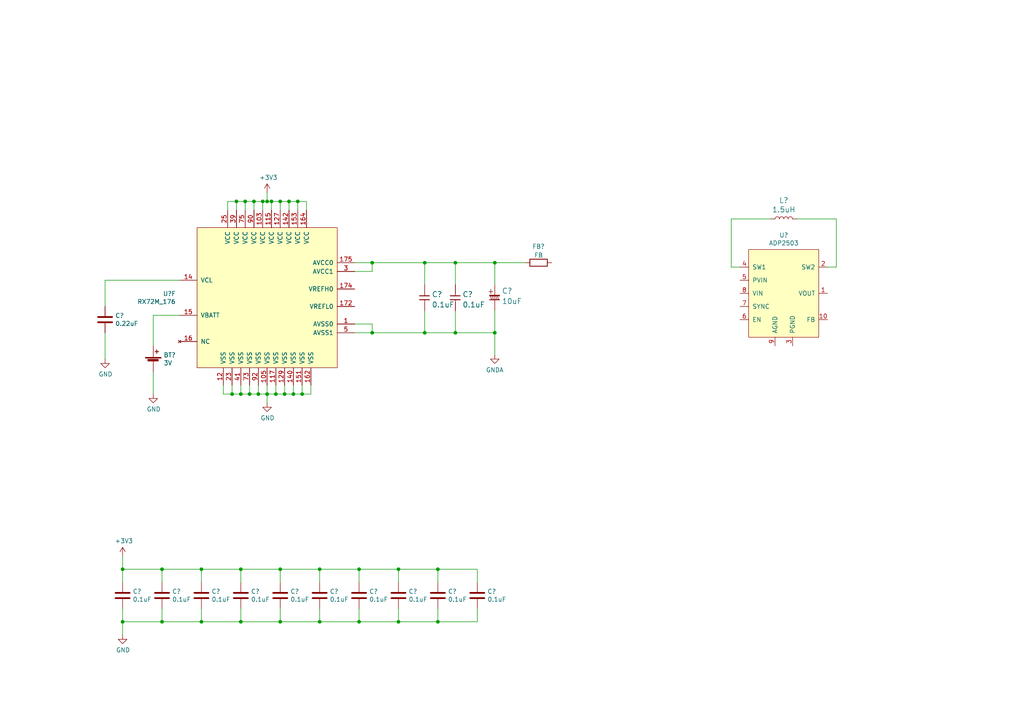
<source format=kicad_sch>
(kicad_sch (version 20211123) (generator eeschema)

  (uuid a0dee8e6-f88a-4f05-aba0-bab3aafdf2bc)

  (paper "A4")

  (lib_symbols
    (symbol "Akizuki:C" (pin_numbers hide) (pin_names (offset 1.016) hide) (in_bom yes) (on_board yes)
      (property "Reference" "C" (id 0) (at 2.54 2.54 0)
        (effects (font (size 1.524 1.524)))
      )
      (property "Value" "C" (id 1) (at -2.54 -2.54 0)
        (effects (font (size 1.524 1.524)))
      )
      (property "Footprint" "" (id 2) (at 0 0 90)
        (effects (font (size 1.524 1.524)) hide)
      )
      (property "Datasheet" "" (id 3) (at 0 0 90)
        (effects (font (size 1.524 1.524)) hide)
      )
      (property "ki_fp_filters" "RAD-0.2 1608" (id 4) (at 0 0 0)
        (effects (font (size 1.27 1.27)) hide)
      )
      (symbol "C_0_1"
        (rectangle (start -1.524 -0.508) (end 1.397 -0.635)
          (stroke (width 0) (type default) (color 0 0 0 0))
          (fill (type none))
        )
        (rectangle (start -1.524 0.635) (end 1.397 0.508)
          (stroke (width 0) (type default) (color 0 0 0 0))
          (fill (type none))
        )
        (rectangle (start 0 -0.635) (end 0 -1.27)
          (stroke (width 0) (type default) (color 0 0 0 0))
          (fill (type none))
        )
        (rectangle (start 0 1.27) (end 0 0.635)
          (stroke (width 0) (type default) (color 0 0 0 0))
          (fill (type none))
        )
      )
      (symbol "C_1_1"
        (pin passive line (at 0 -3.81 90) (length 2.54)
          (name "~" (effects (font (size 1.27 1.27))))
          (number "1" (effects (font (size 1.27 1.27))))
        )
        (pin passive line (at 0 3.81 270) (length 2.54)
          (name "~" (effects (font (size 1.27 1.27))))
          (number "2" (effects (font (size 1.27 1.27))))
        )
      )
    )
    (symbol "Akizuki:CP" (pin_numbers hide) (pin_names (offset 1.016) hide) (in_bom yes) (on_board yes)
      (property "Reference" "C" (id 0) (at 2.54 2.54 0)
        (effects (font (size 1.524 1.524)))
      )
      (property "Value" "CP" (id 1) (at -2.54 -2.54 0)
        (effects (font (size 1.524 1.524)))
      )
      (property "Footprint" "" (id 2) (at 0 0 90)
        (effects (font (size 1.524 1.524)) hide)
      )
      (property "Datasheet" "" (id 3) (at 0 0 90)
        (effects (font (size 1.524 1.524)) hide)
      )
      (property "ki_fp_filters" "RAD-0.2" (id 4) (at 0 0 0)
        (effects (font (size 1.27 1.27)) hide)
      )
      (symbol "CP_0_0"
        (text "+" (at -1.143 1.905 0)
          (effects (font (size 1.524 1.524)))
        )
      )
      (symbol "CP_0_1"
        (rectangle (start -1.524 -0.508) (end 1.397 -0.635)
          (stroke (width 0) (type default) (color 0 0 0 0))
          (fill (type none))
        )
        (rectangle (start -1.524 0.762) (end 1.397 0.508)
          (stroke (width 0) (type default) (color 0 0 0 0))
          (fill (type outline))
        )
        (rectangle (start 0 -0.635) (end 0 -1.27)
          (stroke (width 0) (type default) (color 0 0 0 0))
          (fill (type none))
        )
        (polyline
          (pts
            (xy -1.27 0.508)
            (xy -0.889 -0.508)
          )
          (stroke (width 0) (type default) (color 0 0 0 0))
          (fill (type none))
        )
        (polyline
          (pts
            (xy -0.762 0.508)
            (xy -0.381 -0.508)
          )
          (stroke (width 0) (type default) (color 0 0 0 0))
          (fill (type none))
        )
        (polyline
          (pts
            (xy -0.254 0.508)
            (xy 0.127 -0.508)
          )
          (stroke (width 0) (type default) (color 0 0 0 0))
          (fill (type none))
        )
        (polyline
          (pts
            (xy 0.254 0.508)
            (xy 0.635 -0.508)
          )
          (stroke (width 0) (type default) (color 0 0 0 0))
          (fill (type none))
        )
        (polyline
          (pts
            (xy 0.762 0.508)
            (xy 1.143 -0.508)
          )
          (stroke (width 0) (type default) (color 0 0 0 0))
          (fill (type none))
        )
        (rectangle (start 0 1.27) (end 0 0.762)
          (stroke (width 0) (type default) (color 0 0 0 0))
          (fill (type none))
        )
      )
      (symbol "CP_1_1"
        (pin passive line (at 0 3.81 270) (length 2.54)
          (name "~" (effects (font (size 1.27 1.27))))
          (number "1" (effects (font (size 1.27 1.27))))
        )
        (pin passive line (at 0 -3.81 90) (length 2.54)
          (name "~" (effects (font (size 1.27 1.27))))
          (number "2" (effects (font (size 1.27 1.27))))
        )
      )
    )
    (symbol "Akizuki:FB" (pin_numbers hide) (pin_names (offset 1.016)) (in_bom yes) (on_board yes)
      (property "Reference" "FB" (id 0) (at 0 2.54 0)
        (effects (font (size 1.27 1.27)))
      )
      (property "Value" "FB" (id 1) (at 0 -2.54 0)
        (effects (font (size 1.27 1.27)))
      )
      (property "Footprint" "" (id 2) (at 3.81 0 0)
        (effects (font (size 1.27 1.27)) hide)
      )
      (property "Datasheet" "" (id 3) (at 3.81 0 0)
        (effects (font (size 1.27 1.27)) hide)
      )
      (symbol "FB_1_1"
        (rectangle (start 2.54 -1.016) (end -2.54 1.016)
          (stroke (width 0.254) (type default) (color 0 0 0 0))
          (fill (type none))
        )
        (pin passive line (at -3.81 0 0) (length 1.27)
          (name "~" (effects (font (size 1.27 1.27))))
          (number "1" (effects (font (size 1.27 1.27))))
        )
        (pin passive line (at 3.81 0 180) (length 1.27)
          (name "~" (effects (font (size 1.27 1.27))))
          (number "2" (effects (font (size 1.27 1.27))))
        )
      )
    )
    (symbol "Device:Battery_Cell" (pin_numbers hide) (pin_names (offset 0) hide) (in_bom yes) (on_board yes)
      (property "Reference" "BT" (id 0) (at 2.54 2.54 0)
        (effects (font (size 1.27 1.27)) (justify left))
      )
      (property "Value" "Battery_Cell" (id 1) (at 2.54 0 0)
        (effects (font (size 1.27 1.27)) (justify left))
      )
      (property "Footprint" "" (id 2) (at 0 1.524 90)
        (effects (font (size 1.27 1.27)) hide)
      )
      (property "Datasheet" "~" (id 3) (at 0 1.524 90)
        (effects (font (size 1.27 1.27)) hide)
      )
      (property "ki_keywords" "battery cell" (id 4) (at 0 0 0)
        (effects (font (size 1.27 1.27)) hide)
      )
      (property "ki_description" "Single-cell battery" (id 5) (at 0 0 0)
        (effects (font (size 1.27 1.27)) hide)
      )
      (symbol "Battery_Cell_0_1"
        (rectangle (start -2.286 1.778) (end 2.286 1.524)
          (stroke (width 0) (type default) (color 0 0 0 0))
          (fill (type outline))
        )
        (rectangle (start -1.5748 1.1938) (end 1.4732 0.6858)
          (stroke (width 0) (type default) (color 0 0 0 0))
          (fill (type outline))
        )
        (polyline
          (pts
            (xy 0 0.762)
            (xy 0 0)
          )
          (stroke (width 0) (type default) (color 0 0 0 0))
          (fill (type none))
        )
        (polyline
          (pts
            (xy 0 1.778)
            (xy 0 2.54)
          )
          (stroke (width 0) (type default) (color 0 0 0 0))
          (fill (type none))
        )
        (polyline
          (pts
            (xy 0.508 3.429)
            (xy 1.524 3.429)
          )
          (stroke (width 0.254) (type default) (color 0 0 0 0))
          (fill (type none))
        )
        (polyline
          (pts
            (xy 1.016 3.937)
            (xy 1.016 2.921)
          )
          (stroke (width 0.254) (type default) (color 0 0 0 0))
          (fill (type none))
        )
      )
      (symbol "Battery_Cell_1_1"
        (pin passive line (at 0 5.08 270) (length 2.54)
          (name "+" (effects (font (size 1.27 1.27))))
          (number "1" (effects (font (size 1.27 1.27))))
        )
        (pin passive line (at 0 -2.54 90) (length 2.54)
          (name "-" (effects (font (size 1.27 1.27))))
          (number "2" (effects (font (size 1.27 1.27))))
        )
      )
    )
    (symbol "Device:C" (pin_numbers hide) (pin_names (offset 0.254)) (in_bom yes) (on_board yes)
      (property "Reference" "C" (id 0) (at 0.635 2.54 0)
        (effects (font (size 1.27 1.27)) (justify left))
      )
      (property "Value" "C" (id 1) (at 0.635 -2.54 0)
        (effects (font (size 1.27 1.27)) (justify left))
      )
      (property "Footprint" "" (id 2) (at 0.9652 -3.81 0)
        (effects (font (size 1.27 1.27)) hide)
      )
      (property "Datasheet" "~" (id 3) (at 0 0 0)
        (effects (font (size 1.27 1.27)) hide)
      )
      (property "ki_keywords" "cap capacitor" (id 4) (at 0 0 0)
        (effects (font (size 1.27 1.27)) hide)
      )
      (property "ki_description" "Unpolarized capacitor" (id 5) (at 0 0 0)
        (effects (font (size 1.27 1.27)) hide)
      )
      (property "ki_fp_filters" "C_*" (id 6) (at 0 0 0)
        (effects (font (size 1.27 1.27)) hide)
      )
      (symbol "C_0_1"
        (polyline
          (pts
            (xy -2.032 -0.762)
            (xy 2.032 -0.762)
          )
          (stroke (width 0.508) (type default) (color 0 0 0 0))
          (fill (type none))
        )
        (polyline
          (pts
            (xy -2.032 0.762)
            (xy 2.032 0.762)
          )
          (stroke (width 0.508) (type default) (color 0 0 0 0))
          (fill (type none))
        )
      )
      (symbol "C_1_1"
        (pin passive line (at 0 3.81 270) (length 2.794)
          (name "~" (effects (font (size 1.27 1.27))))
          (number "1" (effects (font (size 1.27 1.27))))
        )
        (pin passive line (at 0 -3.81 90) (length 2.794)
          (name "~" (effects (font (size 1.27 1.27))))
          (number "2" (effects (font (size 1.27 1.27))))
        )
      )
    )
    (symbol "akizuki:L" (pin_numbers hide) (pin_names (offset 1.016)) (in_bom yes) (on_board yes)
      (property "Reference" "L" (id 0) (at 2.54 1.27 0)
        (effects (font (size 1.524 1.524)))
      )
      (property "Value" "akizuki_L" (id 1) (at -2.54 -1.27 0)
        (effects (font (size 1.524 1.524)))
      )
      (property "Footprint" "" (id 2) (at -0.127 -0.889 90)
        (effects (font (size 1.524 1.524)))
      )
      (property "Datasheet" "" (id 3) (at -0.127 -0.889 90)
        (effects (font (size 1.524 1.524)))
      )
      (property "ki_fp_filters" "RAD-0.2" (id 4) (at 0 0 0)
        (effects (font (size 1.27 1.27)) hide)
      )
      (symbol "L_0_0"
        (arc (start 0 -1.27) (mid -0.635 -1.905) (end 0 -2.54)
          (stroke (width 0) (type default) (color 0 0 0 0))
          (fill (type none))
        )
        (arc (start 0 0) (mid -0.635 -0.635) (end 0 -1.27)
          (stroke (width 0) (type default) (color 0 0 0 0))
          (fill (type none))
        )
        (arc (start 0 1.27) (mid -0.635 0.635) (end 0 0)
          (stroke (width 0) (type default) (color 0 0 0 0))
          (fill (type none))
        )
        (arc (start 0 2.54) (mid -0.635 1.905) (end 0 1.27)
          (stroke (width 0) (type default) (color 0 0 0 0))
          (fill (type none))
        )
      )
      (symbol "L_1_1"
        (pin passive line (at 0 -3.81 90) (length 1.27)
          (name "~" (effects (font (size 1.27 1.27))))
          (number "1" (effects (font (size 1.27 1.27))))
        )
        (pin passive line (at 0 3.81 270) (length 1.27)
          (name "~" (effects (font (size 1.27 1.27))))
          (number "2" (effects (font (size 1.27 1.27))))
        )
      )
    )
    (symbol "analog:ADP2503" (pin_names (offset 1.016)) (in_bom yes) (on_board yes)
      (property "Reference" "U" (id 0) (at 8.89 13.97 0)
        (effects (font (size 1.27 1.27)))
      )
      (property "Value" "analog_ADP2503" (id 1) (at -10.16 -13.97 0)
        (effects (font (size 1.27 1.27)))
      )
      (property "Footprint" "" (id 2) (at 8.89 13.97 0)
        (effects (font (size 1.27 1.27)) hide)
      )
      (property "Datasheet" "" (id 3) (at 8.89 13.97 0)
        (effects (font (size 1.27 1.27)) hide)
      )
      (symbol "ADP2503_0_1"
        (rectangle (start -10.16 12.7) (end 10.16 -12.7)
          (stroke (width 0) (type default) (color 0 0 0 0))
          (fill (type background))
        )
      )
      (symbol "ADP2503_1_1"
        (pin output line (at 12.7 0 180) (length 2.54)
          (name "VOUT" (effects (font (size 1.27 1.27))))
          (number "1" (effects (font (size 1.27 1.27))))
        )
        (pin input line (at 12.7 -7.62 180) (length 2.54)
          (name "FB" (effects (font (size 1.27 1.27))))
          (number "10" (effects (font (size 1.27 1.27))))
        )
        (pin passive line (at 12.7 7.62 180) (length 2.54)
          (name "SW2" (effects (font (size 1.27 1.27))))
          (number "2" (effects (font (size 1.27 1.27))))
        )
        (pin power_in line (at 2.54 -15.24 90) (length 2.54)
          (name "PGND" (effects (font (size 1.27 1.27))))
          (number "3" (effects (font (size 1.27 1.27))))
        )
        (pin passive line (at -12.7 7.62 0) (length 2.54)
          (name "SW1" (effects (font (size 1.27 1.27))))
          (number "4" (effects (font (size 1.27 1.27))))
        )
        (pin input line (at -12.7 3.81 0) (length 2.54)
          (name "PVIN" (effects (font (size 1.27 1.27))))
          (number "5" (effects (font (size 1.27 1.27))))
        )
        (pin input line (at -12.7 -7.62 0) (length 2.54)
          (name "EN" (effects (font (size 1.27 1.27))))
          (number "6" (effects (font (size 1.27 1.27))))
        )
        (pin input line (at -12.7 -3.81 0) (length 2.54)
          (name "SYNC" (effects (font (size 1.27 1.27))))
          (number "7" (effects (font (size 1.27 1.27))))
        )
        (pin input line (at -12.7 0 0) (length 2.54)
          (name "VIN" (effects (font (size 1.27 1.27))))
          (number "8" (effects (font (size 1.27 1.27))))
        )
        (pin power_in line (at -2.54 -15.24 90) (length 2.54)
          (name "AGND" (effects (font (size 1.27 1.27))))
          (number "9" (effects (font (size 1.27 1.27))))
        )
      )
    )
    (symbol "power:+3.3V" (power) (pin_names (offset 0)) (in_bom yes) (on_board yes)
      (property "Reference" "#PWR" (id 0) (at 0 -3.81 0)
        (effects (font (size 1.27 1.27)) hide)
      )
      (property "Value" "+3.3V" (id 1) (at 0 3.556 0)
        (effects (font (size 1.27 1.27)))
      )
      (property "Footprint" "" (id 2) (at 0 0 0)
        (effects (font (size 1.27 1.27)) hide)
      )
      (property "Datasheet" "" (id 3) (at 0 0 0)
        (effects (font (size 1.27 1.27)) hide)
      )
      (property "ki_keywords" "power-flag" (id 4) (at 0 0 0)
        (effects (font (size 1.27 1.27)) hide)
      )
      (property "ki_description" "Power symbol creates a global label with name \"+3.3V\"" (id 5) (at 0 0 0)
        (effects (font (size 1.27 1.27)) hide)
      )
      (symbol "+3.3V_0_1"
        (polyline
          (pts
            (xy -0.762 1.27)
            (xy 0 2.54)
          )
          (stroke (width 0) (type default) (color 0 0 0 0))
          (fill (type none))
        )
        (polyline
          (pts
            (xy 0 0)
            (xy 0 2.54)
          )
          (stroke (width 0) (type default) (color 0 0 0 0))
          (fill (type none))
        )
        (polyline
          (pts
            (xy 0 2.54)
            (xy 0.762 1.27)
          )
          (stroke (width 0) (type default) (color 0 0 0 0))
          (fill (type none))
        )
      )
      (symbol "+3.3V_1_1"
        (pin power_in line (at 0 0 90) (length 0) hide
          (name "+3V3" (effects (font (size 1.27 1.27))))
          (number "1" (effects (font (size 1.27 1.27))))
        )
      )
    )
    (symbol "power:GND" (power) (pin_names (offset 0)) (in_bom yes) (on_board yes)
      (property "Reference" "#PWR" (id 0) (at 0 -6.35 0)
        (effects (font (size 1.27 1.27)) hide)
      )
      (property "Value" "GND" (id 1) (at 0 -3.81 0)
        (effects (font (size 1.27 1.27)))
      )
      (property "Footprint" "" (id 2) (at 0 0 0)
        (effects (font (size 1.27 1.27)) hide)
      )
      (property "Datasheet" "" (id 3) (at 0 0 0)
        (effects (font (size 1.27 1.27)) hide)
      )
      (property "ki_keywords" "power-flag" (id 4) (at 0 0 0)
        (effects (font (size 1.27 1.27)) hide)
      )
      (property "ki_description" "Power symbol creates a global label with name \"GND\" , ground" (id 5) (at 0 0 0)
        (effects (font (size 1.27 1.27)) hide)
      )
      (symbol "GND_0_1"
        (polyline
          (pts
            (xy 0 0)
            (xy 0 -1.27)
            (xy 1.27 -1.27)
            (xy 0 -2.54)
            (xy -1.27 -1.27)
            (xy 0 -1.27)
          )
          (stroke (width 0) (type default) (color 0 0 0 0))
          (fill (type none))
        )
      )
      (symbol "GND_1_1"
        (pin power_in line (at 0 0 270) (length 0) hide
          (name "GND" (effects (font (size 1.27 1.27))))
          (number "1" (effects (font (size 1.27 1.27))))
        )
      )
    )
    (symbol "power:GNDA" (power) (pin_names (offset 0)) (in_bom yes) (on_board yes)
      (property "Reference" "#PWR" (id 0) (at 0 -6.35 0)
        (effects (font (size 1.27 1.27)) hide)
      )
      (property "Value" "GNDA" (id 1) (at 0 -3.81 0)
        (effects (font (size 1.27 1.27)))
      )
      (property "Footprint" "" (id 2) (at 0 0 0)
        (effects (font (size 1.27 1.27)) hide)
      )
      (property "Datasheet" "" (id 3) (at 0 0 0)
        (effects (font (size 1.27 1.27)) hide)
      )
      (property "ki_keywords" "power-flag" (id 4) (at 0 0 0)
        (effects (font (size 1.27 1.27)) hide)
      )
      (property "ki_description" "Power symbol creates a global label with name \"GNDA\" , analog ground" (id 5) (at 0 0 0)
        (effects (font (size 1.27 1.27)) hide)
      )
      (symbol "GNDA_0_1"
        (polyline
          (pts
            (xy 0 0)
            (xy 0 -1.27)
            (xy 1.27 -1.27)
            (xy 0 -2.54)
            (xy -1.27 -1.27)
            (xy 0 -1.27)
          )
          (stroke (width 0) (type default) (color 0 0 0 0))
          (fill (type none))
        )
      )
      (symbol "GNDA_1_1"
        (pin power_in line (at 0 0 270) (length 0) hide
          (name "GNDA" (effects (font (size 1.27 1.27))))
          (number "1" (effects (font (size 1.27 1.27))))
        )
      )
    )
    (symbol "renesas:RX72M_176" (pin_names (offset 1.016)) (in_bom yes) (on_board yes)
      (property "Reference" "U" (id 0) (at 0 53.34 0)
        (effects (font (size 1.27 1.27)))
      )
      (property "Value" "renesas_RX72M_176" (id 1) (at 0 -53.34 0)
        (effects (font (size 1.27 1.27)))
      )
      (property "Footprint" "Package_QFP:LQFP-176_24x24mm_P0.5mm" (id 2) (at 1.27 -55.88 0)
        (effects (font (size 1.27 1.27)) hide)
      )
      (property "Datasheet" "" (id 3) (at -1.27 -7.62 0)
        (effects (font (size 1.27 1.27)) hide)
      )
      (property "ki_locked" "" (id 4) (at 0 0 0)
        (effects (font (size 1.27 1.27)))
      )
      (property "ki_fp_filters" "LQFP-176_24x24mm_Pitch0.5mm" (id 5) (at 0 0 0)
        (effects (font (size 1.27 1.27)) hide)
      )
      (symbol "RX72M_176_1_1"
        (rectangle (start -10.16 12.7) (end 10.16 -12.7)
          (stroke (width 0) (type default) (color 0 0 0 0))
          (fill (type background))
        )
        (pin bidirectional line (at -15.24 0 0) (length 5.08)
          (name "EMLE" (effects (font (size 1.27 1.27))))
          (number "10" (effects (font (size 1.27 1.27))))
        )
        (pin bidirectional line (at -15.24 -5.08 0) (length 5.08)
          (name "MD/FINED" (effects (font (size 1.27 1.27))))
          (number "18" (effects (font (size 1.27 1.27))))
        )
        (pin passive line (at 15.24 7.62 180) (length 5.08)
          (name "XCIN" (effects (font (size 1.27 1.27))))
          (number "19" (effects (font (size 1.27 1.27))))
        )
        (pin passive line (at 15.24 2.54 180) (length 5.08)
          (name "XCOUT" (effects (font (size 1.27 1.27))))
          (number "20" (effects (font (size 1.27 1.27))))
        )
        (pin input line (at -15.24 5.08 0) (length 5.08)
          (name "~{RES}" (effects (font (size 1.27 1.27))))
          (number "21" (effects (font (size 1.27 1.27))))
        )
        (pin passive line (at 15.24 -2.54 180) (length 5.08)
          (name "XTAL" (effects (font (size 1.27 1.27))))
          (number "22" (effects (font (size 1.27 1.27))))
        )
        (pin passive line (at 15.24 -7.62 180) (length 5.08)
          (name "EXTAL" (effects (font (size 1.27 1.27))))
          (number "24" (effects (font (size 1.27 1.27))))
        )
      )
      (symbol "RX72M_176_2_1"
        (rectangle (start -10.16 52.07) (end 10.16 -52.07)
          (stroke (width 0) (type default) (color 0 0 0 0))
          (fill (type background))
        )
        (pin bidirectional line (at 15.24 41.91 180) (length 5.08)
          (name "P72" (effects (font (size 1.27 1.27))))
          (number "101" (effects (font (size 1.27 1.27))))
        )
        (pin bidirectional line (at 15.24 44.45 180) (length 5.08)
          (name "P71" (effects (font (size 1.27 1.27))))
          (number "102" (effects (font (size 1.27 1.27))))
        )
        (pin bidirectional line (at 15.24 3.81 180) (length 5.08)
          (name "P67" (effects (font (size 1.27 1.27))))
          (number "120" (effects (font (size 1.27 1.27))))
        )
        (pin bidirectional line (at 15.24 6.35 180) (length 5.08)
          (name "P66" (effects (font (size 1.27 1.27))))
          (number "122" (effects (font (size 1.27 1.27))))
        )
        (pin bidirectional line (at 15.24 8.89 180) (length 5.08)
          (name "P65" (effects (font (size 1.27 1.27))))
          (number "124" (effects (font (size 1.27 1.27))))
        )
        (pin bidirectional line (at 15.24 46.99 180) (length 5.08)
          (name "P70" (effects (font (size 1.27 1.27))))
          (number "128" (effects (font (size 1.27 1.27))))
        )
        (pin bidirectional line (at 15.24 11.43 180) (length 5.08)
          (name "P64" (effects (font (size 1.27 1.27))))
          (number "136" (effects (font (size 1.27 1.27))))
        )
        (pin bidirectional line (at 15.24 13.97 180) (length 5.08)
          (name "P63" (effects (font (size 1.27 1.27))))
          (number "137" (effects (font (size 1.27 1.27))))
        )
        (pin bidirectional line (at 15.24 16.51 180) (length 5.08)
          (name "P62" (effects (font (size 1.27 1.27))))
          (number "138" (effects (font (size 1.27 1.27))))
        )
        (pin bidirectional line (at 15.24 19.05 180) (length 5.08)
          (name "P61" (effects (font (size 1.27 1.27))))
          (number "139" (effects (font (size 1.27 1.27))))
        )
        (pin bidirectional line (at 15.24 21.59 180) (length 5.08)
          (name "P60" (effects (font (size 1.27 1.27))))
          (number "141" (effects (font (size 1.27 1.27))))
        )
        (pin bidirectional line (at 15.24 -46.99 180) (length 5.08)
          (name "P47" (effects (font (size 1.27 1.27))))
          (number "165" (effects (font (size 1.27 1.27))))
        )
        (pin bidirectional line (at 15.24 -44.45 180) (length 5.08)
          (name "P46" (effects (font (size 1.27 1.27))))
          (number "166" (effects (font (size 1.27 1.27))))
        )
        (pin bidirectional line (at 15.24 -41.91 180) (length 5.08)
          (name "P45" (effects (font (size 1.27 1.27))))
          (number "167" (effects (font (size 1.27 1.27))))
        )
        (pin bidirectional line (at 15.24 -39.37 180) (length 5.08)
          (name "P44" (effects (font (size 1.27 1.27))))
          (number "168" (effects (font (size 1.27 1.27))))
        )
        (pin bidirectional line (at 15.24 -36.83 180) (length 5.08)
          (name "P43" (effects (font (size 1.27 1.27))))
          (number "169" (effects (font (size 1.27 1.27))))
        )
        (pin bidirectional line (at 15.24 -34.29 180) (length 5.08)
          (name "P42" (effects (font (size 1.27 1.27))))
          (number "170" (effects (font (size 1.27 1.27))))
        )
        (pin bidirectional line (at 15.24 -31.75 180) (length 5.08)
          (name "P41" (effects (font (size 1.27 1.27))))
          (number "171" (effects (font (size 1.27 1.27))))
        )
        (pin bidirectional line (at 15.24 -29.21 180) (length 5.08)
          (name "P40" (effects (font (size 1.27 1.27))))
          (number "173" (effects (font (size 1.27 1.27))))
        )
        (pin bidirectional line (at -15.24 29.21 0) (length 5.08)
          (name "P07" (effects (font (size 1.27 1.27))))
          (number "176" (effects (font (size 1.27 1.27))))
        )
        (pin bidirectional line (at -15.24 34.29 0) (length 5.08)
          (name "P05" (effects (font (size 1.27 1.27))))
          (number "2" (effects (font (size 1.27 1.27))))
        )
        (pin bidirectional line (at -15.24 -41.91 0) (length 5.08)
          (name "P35" (effects (font (size 1.27 1.27))))
          (number "26" (effects (font (size 1.27 1.27))))
        )
        (pin bidirectional line (at -15.24 -39.37 0) (length 5.08)
          (name "P34" (effects (font (size 1.27 1.27))))
          (number "27" (effects (font (size 1.27 1.27))))
        )
        (pin bidirectional line (at -15.24 -36.83 0) (length 5.08)
          (name "P33" (effects (font (size 1.27 1.27))))
          (number "28" (effects (font (size 1.27 1.27))))
        )
        (pin bidirectional line (at -15.24 -34.29 0) (length 5.08)
          (name "P32" (effects (font (size 1.27 1.27))))
          (number "29" (effects (font (size 1.27 1.27))))
        )
        (pin bidirectional line (at -15.24 -31.75 0) (length 5.08)
          (name "P31" (effects (font (size 1.27 1.27))))
          (number "32" (effects (font (size 1.27 1.27))))
        )
        (pin bidirectional line (at -15.24 -29.21 0) (length 5.08)
          (name "P30" (effects (font (size 1.27 1.27))))
          (number "33" (effects (font (size 1.27 1.27))))
        )
        (pin bidirectional line (at -15.24 -21.59 0) (length 5.08)
          (name "P27" (effects (font (size 1.27 1.27))))
          (number "36" (effects (font (size 1.27 1.27))))
        )
        (pin bidirectional line (at -15.24 -19.05 0) (length 5.08)
          (name "P26" (effects (font (size 1.27 1.27))))
          (number "37" (effects (font (size 1.27 1.27))))
        )
        (pin bidirectional line (at -15.24 -16.51 0) (length 5.08)
          (name "P25" (effects (font (size 1.27 1.27))))
          (number "38" (effects (font (size 1.27 1.27))))
        )
        (pin bidirectional line (at -15.24 39.37 0) (length 5.08)
          (name "P03" (effects (font (size 1.27 1.27))))
          (number "4" (effects (font (size 1.27 1.27))))
        )
        (pin bidirectional line (at -15.24 -13.97 0) (length 5.08)
          (name "P24" (effects (font (size 1.27 1.27))))
          (number "40" (effects (font (size 1.27 1.27))))
        )
        (pin bidirectional line (at -15.24 -11.43 0) (length 5.08)
          (name "P23" (effects (font (size 1.27 1.27))))
          (number "42" (effects (font (size 1.27 1.27))))
        )
        (pin bidirectional line (at -15.24 -8.89 0) (length 5.08)
          (name "P22" (effects (font (size 1.27 1.27))))
          (number "43" (effects (font (size 1.27 1.27))))
        )
        (pin bidirectional line (at -15.24 -6.35 0) (length 5.08)
          (name "P21" (effects (font (size 1.27 1.27))))
          (number "44" (effects (font (size 1.27 1.27))))
        )
        (pin bidirectional line (at -15.24 -3.81 0) (length 5.08)
          (name "P20" (effects (font (size 1.27 1.27))))
          (number "45" (effects (font (size 1.27 1.27))))
        )
        (pin bidirectional line (at -15.24 3.81 0) (length 5.08)
          (name "P17" (effects (font (size 1.27 1.27))))
          (number "46" (effects (font (size 1.27 1.27))))
        )
        (pin bidirectional line (at -15.24 6.35 0) (length 5.08)
          (name "P16" (effects (font (size 1.27 1.27))))
          (number "48" (effects (font (size 1.27 1.27))))
        )
        (pin bidirectional line (at -15.24 8.89 0) (length 5.08)
          (name "P15" (effects (font (size 1.27 1.27))))
          (number "50" (effects (font (size 1.27 1.27))))
        )
        (pin bidirectional line (at -15.24 11.43 0) (length 5.08)
          (name "P14" (effects (font (size 1.27 1.27))))
          (number "51" (effects (font (size 1.27 1.27))))
        )
        (pin bidirectional line (at -15.24 13.97 0) (length 5.08)
          (name "P13" (effects (font (size 1.27 1.27))))
          (number "52" (effects (font (size 1.27 1.27))))
        )
        (pin bidirectional line (at -15.24 16.51 0) (length 5.08)
          (name "P12" (effects (font (size 1.27 1.27))))
          (number "53" (effects (font (size 1.27 1.27))))
        )
        (pin bidirectional line (at -15.24 41.91 0) (length 5.08)
          (name "P02" (effects (font (size 1.27 1.27))))
          (number "6" (effects (font (size 1.27 1.27))))
        )
        (pin bidirectional line (at 15.24 -21.59 180) (length 5.08)
          (name "P57" (effects (font (size 1.27 1.27))))
          (number "63" (effects (font (size 1.27 1.27))))
        )
        (pin bidirectional line (at 15.24 -19.05 180) (length 5.08)
          (name "P56" (effects (font (size 1.27 1.27))))
          (number "64" (effects (font (size 1.27 1.27))))
        )
        (pin bidirectional line (at 15.24 -16.51 180) (length 5.08)
          (name "P55" (effects (font (size 1.27 1.27))))
          (number "65" (effects (font (size 1.27 1.27))))
        )
        (pin bidirectional line (at 15.24 -13.97 180) (length 5.08)
          (name "P54" (effects (font (size 1.27 1.27))))
          (number "66" (effects (font (size 1.27 1.27))))
        )
        (pin bidirectional line (at -15.24 19.05 0) (length 5.08)
          (name "P11" (effects (font (size 1.27 1.27))))
          (number "67" (effects (font (size 1.27 1.27))))
        )
        (pin bidirectional line (at -15.24 21.59 0) (length 5.08)
          (name "P10" (effects (font (size 1.27 1.27))))
          (number "68" (effects (font (size 1.27 1.27))))
        )
        (pin bidirectional line (at 15.24 -11.43 180) (length 5.08)
          (name "P53" (effects (font (size 1.27 1.27))))
          (number "69" (effects (font (size 1.27 1.27))))
        )
        (pin bidirectional line (at -15.24 44.45 0) (length 5.08)
          (name "P01" (effects (font (size 1.27 1.27))))
          (number "7" (effects (font (size 1.27 1.27))))
        )
        (pin bidirectional line (at 15.24 -8.89 180) (length 5.08)
          (name "P52" (effects (font (size 1.27 1.27))))
          (number "70" (effects (font (size 1.27 1.27))))
        )
        (pin bidirectional line (at 15.24 -6.35 180) (length 5.08)
          (name "P51" (effects (font (size 1.27 1.27))))
          (number "71" (effects (font (size 1.27 1.27))))
        )
        (pin bidirectional line (at 15.24 -3.81 180) (length 5.08)
          (name "P50" (effects (font (size 1.27 1.27))))
          (number "72" (effects (font (size 1.27 1.27))))
        )
        (pin bidirectional line (at -15.24 46.99 0) (length 5.08)
          (name "P00" (effects (font (size 1.27 1.27))))
          (number "8" (effects (font (size 1.27 1.27))))
        )
        (pin bidirectional line (at 15.24 29.21 180) (length 5.08)
          (name "P77" (effects (font (size 1.27 1.27))))
          (number "84" (effects (font (size 1.27 1.27))))
        )
        (pin bidirectional line (at 15.24 31.75 180) (length 5.08)
          (name "P76" (effects (font (size 1.27 1.27))))
          (number "85" (effects (font (size 1.27 1.27))))
        )
        (pin bidirectional line (at 15.24 34.29 180) (length 5.08)
          (name "P75" (effects (font (size 1.27 1.27))))
          (number "87" (effects (font (size 1.27 1.27))))
        )
        (pin bidirectional line (at 15.24 36.83 180) (length 5.08)
          (name "P74" (effects (font (size 1.27 1.27))))
          (number "88" (effects (font (size 1.27 1.27))))
        )
        (pin bidirectional line (at 15.24 39.37 180) (length 5.08)
          (name "P73" (effects (font (size 1.27 1.27))))
          (number "93" (effects (font (size 1.27 1.27))))
        )
      )
      (symbol "RX72M_176_3_1"
        (rectangle (start -10.16 52.07) (end 10.16 -52.07)
          (stroke (width 0) (type default) (color 0 0 0 0))
          (fill (type background))
        )
        (pin bidirectional line (at -15.24 -31.75 0) (length 5.08)
          (name "PB1" (effects (font (size 1.27 1.27))))
          (number "100" (effects (font (size 1.27 1.27))))
        )
        (pin bidirectional line (at -15.24 -29.21 0) (length 5.08)
          (name "PB0" (effects (font (size 1.27 1.27))))
          (number "104" (effects (font (size 1.27 1.27))))
        )
        (pin bidirectional line (at -15.24 -21.59 0) (length 5.08)
          (name "PA7" (effects (font (size 1.27 1.27))))
          (number "106" (effects (font (size 1.27 1.27))))
        )
        (pin bidirectional line (at -15.24 -19.05 0) (length 5.08)
          (name "PA6" (effects (font (size 1.27 1.27))))
          (number "107" (effects (font (size 1.27 1.27))))
        )
        (pin bidirectional line (at -15.24 -16.51 0) (length 5.08)
          (name "PA5" (effects (font (size 1.27 1.27))))
          (number "108" (effects (font (size 1.27 1.27))))
        )
        (pin bidirectional line (at -15.24 -13.97 0) (length 5.08)
          (name "PA4" (effects (font (size 1.27 1.27))))
          (number "109" (effects (font (size 1.27 1.27))))
        )
        (pin bidirectional line (at -15.24 -11.43 0) (length 5.08)
          (name "PA3" (effects (font (size 1.27 1.27))))
          (number "110" (effects (font (size 1.27 1.27))))
        )
        (pin bidirectional line (at -15.24 -8.89 0) (length 5.08)
          (name "PA2" (effects (font (size 1.27 1.27))))
          (number "112" (effects (font (size 1.27 1.27))))
        )
        (pin bidirectional line (at -15.24 -6.35 0) (length 5.08)
          (name "PA1" (effects (font (size 1.27 1.27))))
          (number "114" (effects (font (size 1.27 1.27))))
        )
        (pin bidirectional line (at -15.24 -3.81 0) (length 5.08)
          (name "PA0" (effects (font (size 1.27 1.27))))
          (number "118" (effects (font (size 1.27 1.27))))
        )
        (pin bidirectional line (at 15.24 3.81 180) (length 5.08)
          (name "PE7" (effects (font (size 1.27 1.27))))
          (number "125" (effects (font (size 1.27 1.27))))
        )
        (pin bidirectional line (at 15.24 6.35 180) (length 5.08)
          (name "PE6" (effects (font (size 1.27 1.27))))
          (number "126" (effects (font (size 1.27 1.27))))
        )
        (pin bidirectional line (at 15.24 8.89 180) (length 5.08)
          (name "PE5" (effects (font (size 1.27 1.27))))
          (number "130" (effects (font (size 1.27 1.27))))
        )
        (pin bidirectional line (at 15.24 11.43 180) (length 5.08)
          (name "PE4" (effects (font (size 1.27 1.27))))
          (number "131" (effects (font (size 1.27 1.27))))
        )
        (pin bidirectional line (at 15.24 13.97 180) (length 5.08)
          (name "PE3" (effects (font (size 1.27 1.27))))
          (number "132" (effects (font (size 1.27 1.27))))
        )
        (pin bidirectional line (at 15.24 16.51 180) (length 5.08)
          (name "PE2" (effects (font (size 1.27 1.27))))
          (number "133" (effects (font (size 1.27 1.27))))
        )
        (pin bidirectional line (at 15.24 19.05 180) (length 5.08)
          (name "PE1" (effects (font (size 1.27 1.27))))
          (number "134" (effects (font (size 1.27 1.27))))
        )
        (pin bidirectional line (at 15.24 21.59 180) (length 5.08)
          (name "PE0" (effects (font (size 1.27 1.27))))
          (number "135" (effects (font (size 1.27 1.27))))
        )
        (pin bidirectional line (at 15.24 -21.59 180) (length 5.08)
          (name "PD7" (effects (font (size 1.27 1.27))))
          (number "143" (effects (font (size 1.27 1.27))))
        )
        (pin bidirectional line (at 15.24 -19.05 180) (length 5.08)
          (name "PD6" (effects (font (size 1.27 1.27))))
          (number "145" (effects (font (size 1.27 1.27))))
        )
        (pin bidirectional line (at 15.24 -16.51 180) (length 5.08)
          (name "PD5" (effects (font (size 1.27 1.27))))
          (number "147" (effects (font (size 1.27 1.27))))
        )
        (pin bidirectional line (at 15.24 -13.97 180) (length 5.08)
          (name "PD4" (effects (font (size 1.27 1.27))))
          (number "148" (effects (font (size 1.27 1.27))))
        )
        (pin bidirectional line (at -15.24 3.81 0) (length 5.08)
          (name "P97" (effects (font (size 1.27 1.27))))
          (number "149" (effects (font (size 1.27 1.27))))
        )
        (pin bidirectional line (at 15.24 -11.43 180) (length 5.08)
          (name "PD3" (effects (font (size 1.27 1.27))))
          (number "150" (effects (font (size 1.27 1.27))))
        )
        (pin bidirectional line (at -15.24 6.35 0) (length 5.08)
          (name "P96" (effects (font (size 1.27 1.27))))
          (number "152" (effects (font (size 1.27 1.27))))
        )
        (pin bidirectional line (at 15.24 -8.89 180) (length 5.08)
          (name "PD2" (effects (font (size 1.27 1.27))))
          (number "154" (effects (font (size 1.27 1.27))))
        )
        (pin bidirectional line (at -15.24 8.89 0) (length 5.08)
          (name "P95" (effects (font (size 1.27 1.27))))
          (number "155" (effects (font (size 1.27 1.27))))
        )
        (pin bidirectional line (at 15.24 -6.35 180) (length 5.08)
          (name "PD1" (effects (font (size 1.27 1.27))))
          (number "156" (effects (font (size 1.27 1.27))))
        )
        (pin bidirectional line (at -15.24 11.43 0) (length 5.08)
          (name "P94" (effects (font (size 1.27 1.27))))
          (number "157" (effects (font (size 1.27 1.27))))
        )
        (pin bidirectional line (at 15.24 -3.81 180) (length 5.08)
          (name "PD0" (effects (font (size 1.27 1.27))))
          (number "158" (effects (font (size 1.27 1.27))))
        )
        (pin bidirectional line (at -15.24 13.97 0) (length 5.08)
          (name "P93" (effects (font (size 1.27 1.27))))
          (number "159" (effects (font (size 1.27 1.27))))
        )
        (pin bidirectional line (at -15.24 16.51 0) (length 5.08)
          (name "P92" (effects (font (size 1.27 1.27))))
          (number "160" (effects (font (size 1.27 1.27))))
        )
        (pin bidirectional line (at -15.24 19.05 0) (length 5.08)
          (name "P91" (effects (font (size 1.27 1.27))))
          (number "161" (effects (font (size 1.27 1.27))))
        )
        (pin bidirectional line (at -15.24 21.59 0) (length 5.08)
          (name "P90" (effects (font (size 1.27 1.27))))
          (number "163" (effects (font (size 1.27 1.27))))
        )
        (pin bidirectional line (at 15.24 36.83 180) (length 5.08)
          (name "PF4" (effects (font (size 1.27 1.27))))
          (number "17" (effects (font (size 1.27 1.27))))
        )
        (pin bidirectional line (at 15.24 39.37 180) (length 5.08)
          (name "PF3" (effects (font (size 1.27 1.27))))
          (number "30" (effects (font (size 1.27 1.27))))
        )
        (pin bidirectional line (at 15.24 41.91 180) (length 5.08)
          (name "PF2" (effects (font (size 1.27 1.27))))
          (number "31" (effects (font (size 1.27 1.27))))
        )
        (pin bidirectional line (at 15.24 44.45 180) (length 5.08)
          (name "PF1" (effects (font (size 1.27 1.27))))
          (number "34" (effects (font (size 1.27 1.27))))
        )
        (pin bidirectional line (at 15.24 46.99 180) (length 5.08)
          (name "PF0" (effects (font (size 1.27 1.27))))
          (number "35" (effects (font (size 1.27 1.27))))
        )
        (pin bidirectional line (at -15.24 29.21 0) (length 5.08)
          (name "P87" (effects (font (size 1.27 1.27))))
          (number "47" (effects (font (size 1.27 1.27))))
        )
        (pin bidirectional line (at -15.24 31.75 0) (length 5.08)
          (name "P86" (effects (font (size 1.27 1.27))))
          (number "49" (effects (font (size 1.27 1.27))))
        )
        (pin bidirectional line (at -15.24 34.29 0) (length 5.08)
          (name "P85" (effects (font (size 1.27 1.27))))
          (number "61" (effects (font (size 1.27 1.27))))
        )
        (pin bidirectional line (at -15.24 36.83 0) (length 5.08)
          (name "P84" (effects (font (size 1.27 1.27))))
          (number "62" (effects (font (size 1.27 1.27))))
        )
        (pin bidirectional line (at -15.24 39.37 0) (length 5.08)
          (name "P83" (effects (font (size 1.27 1.27))))
          (number "74" (effects (font (size 1.27 1.27))))
        )
        (pin bidirectional line (at 15.24 -46.99 180) (length 5.08)
          (name "PC7" (effects (font (size 1.27 1.27))))
          (number "76" (effects (font (size 1.27 1.27))))
        )
        (pin bidirectional line (at 15.24 -44.45 180) (length 5.08)
          (name "PC6" (effects (font (size 1.27 1.27))))
          (number "77" (effects (font (size 1.27 1.27))))
        )
        (pin bidirectional line (at 15.24 -41.91 180) (length 5.08)
          (name "PC5" (effects (font (size 1.27 1.27))))
          (number "78" (effects (font (size 1.27 1.27))))
        )
        (pin bidirectional line (at -15.24 41.91 0) (length 5.08)
          (name "P82" (effects (font (size 1.27 1.27))))
          (number "79" (effects (font (size 1.27 1.27))))
        )
        (pin bidirectional line (at -15.24 44.45 0) (length 5.08)
          (name "P81" (effects (font (size 1.27 1.27))))
          (number "80" (effects (font (size 1.27 1.27))))
        )
        (pin bidirectional line (at -15.24 46.99 0) (length 5.08)
          (name "P80" (effects (font (size 1.27 1.27))))
          (number "81" (effects (font (size 1.27 1.27))))
        )
        (pin bidirectional line (at 15.24 -39.37 180) (length 5.08)
          (name "PC4" (effects (font (size 1.27 1.27))))
          (number "82" (effects (font (size 1.27 1.27))))
        )
        (pin bidirectional line (at 15.24 -36.83 180) (length 5.08)
          (name "PC3" (effects (font (size 1.27 1.27))))
          (number "83" (effects (font (size 1.27 1.27))))
        )
        (pin bidirectional line (at 15.24 -34.29 180) (length 5.08)
          (name "PC2" (effects (font (size 1.27 1.27))))
          (number "86" (effects (font (size 1.27 1.27))))
        )
        (pin bidirectional line (at 15.24 -31.75 180) (length 5.08)
          (name "PC1" (effects (font (size 1.27 1.27))))
          (number "89" (effects (font (size 1.27 1.27))))
        )
        (pin bidirectional line (at 15.24 34.29 180) (length 5.08)
          (name "PF5" (effects (font (size 1.27 1.27))))
          (number "9" (effects (font (size 1.27 1.27))))
        )
        (pin bidirectional line (at 15.24 -29.21 180) (length 5.08)
          (name "PC0" (effects (font (size 1.27 1.27))))
          (number "91" (effects (font (size 1.27 1.27))))
        )
        (pin bidirectional line (at -15.24 -46.99 0) (length 5.08)
          (name "PB7" (effects (font (size 1.27 1.27))))
          (number "94" (effects (font (size 1.27 1.27))))
        )
        (pin bidirectional line (at -15.24 -44.45 0) (length 5.08)
          (name "PB6" (effects (font (size 1.27 1.27))))
          (number "95" (effects (font (size 1.27 1.27))))
        )
        (pin bidirectional line (at -15.24 -41.91 0) (length 5.08)
          (name "PB5" (effects (font (size 1.27 1.27))))
          (number "96" (effects (font (size 1.27 1.27))))
        )
        (pin bidirectional line (at -15.24 -39.37 0) (length 5.08)
          (name "PB4" (effects (font (size 1.27 1.27))))
          (number "97" (effects (font (size 1.27 1.27))))
        )
        (pin bidirectional line (at -15.24 -36.83 0) (length 5.08)
          (name "PB3" (effects (font (size 1.27 1.27))))
          (number "98" (effects (font (size 1.27 1.27))))
        )
        (pin bidirectional line (at -15.24 -34.29 0) (length 5.08)
          (name "PB2" (effects (font (size 1.27 1.27))))
          (number "99" (effects (font (size 1.27 1.27))))
        )
      )
      (symbol "RX72M_176_4_1"
        (rectangle (start -10.16 13.97) (end 10.16 -13.97)
          (stroke (width 0) (type default) (color 0 0 0 0))
          (fill (type background))
        )
        (pin bidirectional line (at 15.24 -3.81 180) (length 5.08)
          (name "PJ5" (effects (font (size 1.27 1.27))))
          (number "11" (effects (font (size 1.27 1.27))))
        )
        (pin bidirectional line (at -15.24 -8.89 0) (length 5.08)
          (name "PG7" (effects (font (size 1.27 1.27))))
          (number "111" (effects (font (size 1.27 1.27))))
        )
        (pin bidirectional line (at -15.24 -6.35 0) (length 5.08)
          (name "PG6" (effects (font (size 1.27 1.27))))
          (number "113" (effects (font (size 1.27 1.27))))
        )
        (pin bidirectional line (at -15.24 -3.81 0) (length 5.08)
          (name "PG5" (effects (font (size 1.27 1.27))))
          (number "116" (effects (font (size 1.27 1.27))))
        )
        (pin bidirectional line (at -15.24 -1.27 0) (length 5.08)
          (name "PG4" (effects (font (size 1.27 1.27))))
          (number "119" (effects (font (size 1.27 1.27))))
        )
        (pin bidirectional line (at -15.24 1.27 0) (length 5.08)
          (name "PG3" (effects (font (size 1.27 1.27))))
          (number "121" (effects (font (size 1.27 1.27))))
        )
        (pin bidirectional line (at -15.24 3.81 0) (length 5.08)
          (name "PG2" (effects (font (size 1.27 1.27))))
          (number "123" (effects (font (size 1.27 1.27))))
        )
        (pin bidirectional line (at 15.24 1.27 180) (length 5.08)
          (name "PJ3" (effects (font (size 1.27 1.27))))
          (number "13" (effects (font (size 1.27 1.27))))
        )
        (pin bidirectional line (at -15.24 6.35 0) (length 5.08)
          (name "PG1" (effects (font (size 1.27 1.27))))
          (number "144" (effects (font (size 1.27 1.27))))
        )
        (pin bidirectional line (at -15.24 8.89 0) (length 5.08)
          (name "PG0" (effects (font (size 1.27 1.27))))
          (number "146" (effects (font (size 1.27 1.27))))
        )
        (pin bidirectional line (at 15.24 3.81 180) (length 5.08)
          (name "PJ2" (effects (font (size 1.27 1.27))))
          (number "58" (effects (font (size 1.27 1.27))))
        )
        (pin bidirectional line (at 15.24 6.35 180) (length 5.08)
          (name "PJ1" (effects (font (size 1.27 1.27))))
          (number "59" (effects (font (size 1.27 1.27))))
        )
        (pin bidirectional line (at 15.24 8.89 180) (length 5.08)
          (name "PJ0" (effects (font (size 1.27 1.27))))
          (number "60" (effects (font (size 1.27 1.27))))
        )
      )
      (symbol "RX72M_176_5_1"
        (rectangle (start -10.16 13.97) (end 10.16 -13.97)
          (stroke (width 0) (type default) (color 0 0 0 0))
          (fill (type background))
        )
        (pin input line (at -15.24 8.89 0) (length 5.08)
          (name "VCC_USB" (effects (font (size 1.27 1.27))))
          (number "54" (effects (font (size 1.27 1.27))))
        )
        (pin input line (at -15.24 -1.27 0) (length 5.08)
          (name "USB0_DM" (effects (font (size 1.27 1.27))))
          (number "55" (effects (font (size 1.27 1.27))))
        )
        (pin input line (at -15.24 1.27 0) (length 5.08)
          (name "USB0_DP" (effects (font (size 1.27 1.27))))
          (number "56" (effects (font (size 1.27 1.27))))
        )
        (pin input line (at -15.24 -8.89 0) (length 5.08)
          (name "VSS_USB" (effects (font (size 1.27 1.27))))
          (number "57" (effects (font (size 1.27 1.27))))
        )
      )
      (symbol "RX72M_176_6_1"
        (rectangle (start -20.32 20.32) (end 20.32 -20.32)
          (stroke (width 0) (type default) (color 0 0 0 0))
          (fill (type background))
        )
        (pin input line (at 25.4 -7.62 180) (length 5.08)
          (name "AVSS0" (effects (font (size 1.27 1.27))))
          (number "1" (effects (font (size 1.27 1.27))))
        )
        (pin power_in line (at -1.27 25.4 270) (length 5.08)
          (name "VCC" (effects (font (size 1.27 1.27))))
          (number "103" (effects (font (size 1.27 1.27))))
        )
        (pin power_in line (at 0 -25.4 90) (length 5.08)
          (name "VSS" (effects (font (size 1.27 1.27))))
          (number "105" (effects (font (size 1.27 1.27))))
        )
        (pin power_in line (at 1.27 25.4 270) (length 5.08)
          (name "VCC" (effects (font (size 1.27 1.27))))
          (number "115" (effects (font (size 1.27 1.27))))
        )
        (pin power_in line (at 2.54 -25.4 90) (length 5.08)
          (name "VSS" (effects (font (size 1.27 1.27))))
          (number "117" (effects (font (size 1.27 1.27))))
        )
        (pin power_in line (at -12.7 -25.4 90) (length 5.08)
          (name "VSS" (effects (font (size 1.27 1.27))))
          (number "12" (effects (font (size 1.27 1.27))))
        )
        (pin power_in line (at 3.81 25.4 270) (length 5.08)
          (name "VCC" (effects (font (size 1.27 1.27))))
          (number "127" (effects (font (size 1.27 1.27))))
        )
        (pin power_in line (at 5.08 -25.4 90) (length 5.08)
          (name "VSS" (effects (font (size 1.27 1.27))))
          (number "129" (effects (font (size 1.27 1.27))))
        )
        (pin input line (at -25.4 5.08 0) (length 5.08)
          (name "VCL" (effects (font (size 1.27 1.27))))
          (number "14" (effects (font (size 1.27 1.27))))
        )
        (pin power_in line (at 7.62 -25.4 90) (length 5.08)
          (name "VSS" (effects (font (size 1.27 1.27))))
          (number "140" (effects (font (size 1.27 1.27))))
        )
        (pin power_in line (at 6.35 25.4 270) (length 5.08)
          (name "VCC" (effects (font (size 1.27 1.27))))
          (number "142" (effects (font (size 1.27 1.27))))
        )
        (pin input line (at -25.4 -5.08 0) (length 5.08)
          (name "VBATT" (effects (font (size 1.27 1.27))))
          (number "15" (effects (font (size 1.27 1.27))))
        )
        (pin power_in line (at 10.16 -25.4 90) (length 5.08)
          (name "VSS" (effects (font (size 1.27 1.27))))
          (number "151" (effects (font (size 1.27 1.27))))
        )
        (pin power_in line (at 8.89 25.4 270) (length 5.08)
          (name "VCC" (effects (font (size 1.27 1.27))))
          (number "153" (effects (font (size 1.27 1.27))))
        )
        (pin no_connect line (at -25.4 -12.7 0) (length 5.08)
          (name "NC" (effects (font (size 1.27 1.27))))
          (number "16" (effects (font (size 1.27 1.27))))
        )
        (pin power_in line (at 12.7 -25.4 90) (length 5.08)
          (name "VSS" (effects (font (size 1.27 1.27))))
          (number "162" (effects (font (size 1.27 1.27))))
        )
        (pin power_in line (at 11.43 25.4 270) (length 5.08)
          (name "VCC" (effects (font (size 1.27 1.27))))
          (number "164" (effects (font (size 1.27 1.27))))
        )
        (pin input line (at 25.4 -2.54 180) (length 5.08)
          (name "VREFL0" (effects (font (size 1.27 1.27))))
          (number "172" (effects (font (size 1.27 1.27))))
        )
        (pin input line (at 25.4 2.54 180) (length 5.08)
          (name "VREFH0" (effects (font (size 1.27 1.27))))
          (number "174" (effects (font (size 1.27 1.27))))
        )
        (pin input line (at 25.4 10.16 180) (length 5.08)
          (name "AVCC0" (effects (font (size 1.27 1.27))))
          (number "175" (effects (font (size 1.27 1.27))))
        )
        (pin power_in line (at -10.16 -25.4 90) (length 5.08)
          (name "VSS" (effects (font (size 1.27 1.27))))
          (number "23" (effects (font (size 1.27 1.27))))
        )
        (pin power_in line (at -11.43 25.4 270) (length 5.08)
          (name "VCC" (effects (font (size 1.27 1.27))))
          (number "25" (effects (font (size 1.27 1.27))))
        )
        (pin input line (at 25.4 7.62 180) (length 5.08)
          (name "AVCC1" (effects (font (size 1.27 1.27))))
          (number "3" (effects (font (size 1.27 1.27))))
        )
        (pin power_in line (at -8.89 25.4 270) (length 5.08)
          (name "VCC" (effects (font (size 1.27 1.27))))
          (number "39" (effects (font (size 1.27 1.27))))
        )
        (pin power_in line (at -7.62 -25.4 90) (length 5.08)
          (name "VSS" (effects (font (size 1.27 1.27))))
          (number "41" (effects (font (size 1.27 1.27))))
        )
        (pin input line (at 25.4 -10.16 180) (length 5.08)
          (name "AVSS1" (effects (font (size 1.27 1.27))))
          (number "5" (effects (font (size 1.27 1.27))))
        )
        (pin power_in line (at -5.08 -25.4 90) (length 5.08)
          (name "VSS" (effects (font (size 1.27 1.27))))
          (number "73" (effects (font (size 1.27 1.27))))
        )
        (pin power_in line (at -6.35 25.4 270) (length 5.08)
          (name "VCC" (effects (font (size 1.27 1.27))))
          (number "75" (effects (font (size 1.27 1.27))))
        )
        (pin power_in line (at -3.81 25.4 270) (length 5.08)
          (name "VCC" (effects (font (size 1.27 1.27))))
          (number "90" (effects (font (size 1.27 1.27))))
        )
        (pin power_in line (at -2.54 -25.4 90) (length 5.08)
          (name "VSS" (effects (font (size 1.27 1.27))))
          (number "92" (effects (font (size 1.27 1.27))))
        )
      )
    )
  )

  (junction (at 81.28 58.42) (diameter 0) (color 0 0 0 0)
    (uuid 0b9f21ed-3d41-4f23-ae45-74117a5f3153)
  )
  (junction (at 77.47 58.42) (diameter 0) (color 0 0 0 0)
    (uuid 10d8ad0e-6a08-4053-92aa-23a15910fd21)
  )
  (junction (at 127 180.34) (diameter 0) (color 0 0 0 0)
    (uuid 235067e2-1686-40fe-a9a0-61704311b2b1)
  )
  (junction (at 35.56 165.1) (diameter 0) (color 0 0 0 0)
    (uuid 241e0c85-4796-48eb-a5a0-1c0f2d6e5910)
  )
  (junction (at 107.95 96.52) (diameter 0) (color 0 0 0 0)
    (uuid 2b07ea83-13b7-438c-81ad-0c06d831906b)
  )
  (junction (at 82.55 114.3) (diameter 0) (color 0 0 0 0)
    (uuid 2e0a9f64-1b78-4597-8d50-d12d2268a95a)
  )
  (junction (at 73.66 58.42) (diameter 0) (color 0 0 0 0)
    (uuid 3249bd81-9fd4-4194-9b4f-2e333b2195b8)
  )
  (junction (at 71.12 58.42) (diameter 0) (color 0 0 0 0)
    (uuid 347562f5-b152-4e7b-8a69-40ca6daaaad4)
  )
  (junction (at 104.14 165.1) (diameter 0) (color 0 0 0 0)
    (uuid 34c0bee6-7425-4435-8857-d1fe8dfb6d89)
  )
  (junction (at 127 165.1) (diameter 0) (color 0 0 0 0)
    (uuid 363945f6-fbef-42be-99cf-4a8a48434d92)
  )
  (junction (at 77.47 114.3) (diameter 0) (color 0 0 0 0)
    (uuid 38cfe839-c630-43d3-a9ec-6a89ba9e318a)
  )
  (junction (at 58.42 165.1) (diameter 0) (color 0 0 0 0)
    (uuid 3c9169cc-3a77-4ae0-8afc-cbfc472a28c5)
  )
  (junction (at 68.58 58.42) (diameter 0) (color 0 0 0 0)
    (uuid 3efa2ece-8f3f-4a8c-96e9-6ab3ec6f1f70)
  )
  (junction (at 86.36 58.42) (diameter 0) (color 0 0 0 0)
    (uuid 475ed8b3-90bf-48cd-bce5-d8f48b689541)
  )
  (junction (at 69.85 114.3) (diameter 0) (color 0 0 0 0)
    (uuid 4aa97874-2fd2-414c-b381-9420384c2fd8)
  )
  (junction (at 74.93 114.3) (diameter 0) (color 0 0 0 0)
    (uuid 4cafb73d-1ad8-4d24-acf7-63d78095ae46)
  )
  (junction (at 81.28 180.34) (diameter 0) (color 0 0 0 0)
    (uuid 590fefcc-03e7-45d6-b6c9-e51a7c3c36c4)
  )
  (junction (at 132.08 76.2) (diameter 0) (color 0 0 0 0)
    (uuid 68db7050-da0c-48d6-8fdc-944f6ab96998)
  )
  (junction (at 143.51 96.52) (diameter 0) (color 0 0 0 0)
    (uuid 7525cd0d-685c-4c03-984e-344817d75ebd)
  )
  (junction (at 69.85 165.1) (diameter 0) (color 0 0 0 0)
    (uuid 75b944f9-bf25-4dc7-8104-e9f80b4f359b)
  )
  (junction (at 69.85 180.34) (diameter 0) (color 0 0 0 0)
    (uuid 78f9c3d3-3556-46f6-9744-05ad54b330f0)
  )
  (junction (at 115.57 165.1) (diameter 0) (color 0 0 0 0)
    (uuid 7c5f3091-7791-43b3-8d50-43f6a72274c9)
  )
  (junction (at 92.71 165.1) (diameter 0) (color 0 0 0 0)
    (uuid 7f2b3ce3-2f20-426d-b769-e0329b6a8111)
  )
  (junction (at 67.31 114.3) (diameter 0) (color 0 0 0 0)
    (uuid 869d6302-ae22-478f-9723-3feacbb12eef)
  )
  (junction (at 115.57 180.34) (diameter 0) (color 0 0 0 0)
    (uuid 8bdea5f6-7a53-427a-92b8-fd15994c2e8c)
  )
  (junction (at 35.56 180.34) (diameter 0) (color 0 0 0 0)
    (uuid 8cb2cd3a-4ef9-4ae5-b6bc-2b1d16f657d6)
  )
  (junction (at 123.19 96.52) (diameter 0) (color 0 0 0 0)
    (uuid 8fc73524-3f4d-46f0-af59-8aa5b7017418)
  )
  (junction (at 76.2 58.42) (diameter 0) (color 0 0 0 0)
    (uuid 90f81af1-b6de-44aa-a46b-6504a157ce6c)
  )
  (junction (at 78.74 58.42) (diameter 0) (color 0 0 0 0)
    (uuid 946404ba-9297-43ec-9d67-30184041145f)
  )
  (junction (at 46.99 165.1) (diameter 0) (color 0 0 0 0)
    (uuid 98861672-254d-432b-8e5a-10d885a5ffdc)
  )
  (junction (at 83.82 58.42) (diameter 0) (color 0 0 0 0)
    (uuid aee7520e-3bfc-435f-a66b-1dd1f5aa6a87)
  )
  (junction (at 132.08 96.52) (diameter 0) (color 0 0 0 0)
    (uuid bdccac5a-5d64-4508-8849-b1659cdd6c90)
  )
  (junction (at 107.95 76.2) (diameter 0) (color 0 0 0 0)
    (uuid c141b24e-826c-4a70-bd97-595aa91d3256)
  )
  (junction (at 72.39 114.3) (diameter 0) (color 0 0 0 0)
    (uuid c1bac86f-cbf6-4c5b-b60d-c26fa73d9c09)
  )
  (junction (at 123.19 76.2) (diameter 0) (color 0 0 0 0)
    (uuid d648e4c8-78a9-4be2-96ff-9e52a6eab242)
  )
  (junction (at 143.51 76.2) (diameter 0) (color 0 0 0 0)
    (uuid d7c27be1-7b29-4bff-b228-bc866fe1fa0a)
  )
  (junction (at 46.99 180.34) (diameter 0) (color 0 0 0 0)
    (uuid dda1e6ca-91ec-4136-b90b-3c54d79454b9)
  )
  (junction (at 85.09 114.3) (diameter 0) (color 0 0 0 0)
    (uuid e0c7ddff-8c90-465f-be62-21fb49b059fa)
  )
  (junction (at 81.28 165.1) (diameter 0) (color 0 0 0 0)
    (uuid e87738fc-e372-4c48-9de9-398fd8b4874c)
  )
  (junction (at 87.63 114.3) (diameter 0) (color 0 0 0 0)
    (uuid f0ff5d1c-5481-4958-b844-4f68a17d4166)
  )
  (junction (at 58.42 180.34) (diameter 0) (color 0 0 0 0)
    (uuid f5bf5b4a-5213-48af-a5cd-0d67969d2de6)
  )
  (junction (at 92.71 180.34) (diameter 0) (color 0 0 0 0)
    (uuid f7447e92-4293-41c4-be3f-69b30aad1f17)
  )
  (junction (at 80.01 114.3) (diameter 0) (color 0 0 0 0)
    (uuid f988d6ea-11c5-4837-b1d1-5c292ded50c6)
  )
  (junction (at 104.14 180.34) (diameter 0) (color 0 0 0 0)
    (uuid fa00d3f4-bb71-4b1d-aa40-ae9267e2c41f)
  )

  (wire (pts (xy 46.99 180.34) (xy 46.99 176.53))
    (stroke (width 0) (type default) (color 0 0 0 0))
    (uuid 014d13cd-26ad-4d0e-86ad-a43b541cab14)
  )
  (wire (pts (xy 123.19 82.55) (xy 123.19 76.2))
    (stroke (width 0) (type default) (color 0 0 0 0))
    (uuid 05e59049-ade4-4d97-91ad-ac03a58bb205)
  )
  (wire (pts (xy 35.56 165.1) (xy 35.56 161.29))
    (stroke (width 0) (type default) (color 0 0 0 0))
    (uuid 0cc9bf07-55b9-458f-b8aa-41b2f51fa940)
  )
  (wire (pts (xy 44.45 100.33) (xy 44.45 91.44))
    (stroke (width 0) (type default) (color 0 0 0 0))
    (uuid 0d993e48-cea3-4104-9c5a-d8f97b64a3ac)
  )
  (wire (pts (xy 214.63 77.47) (xy 212.09 77.47))
    (stroke (width 0) (type default) (color 0 0 0 0))
    (uuid 12c8f4c9-cb79-4390-b96c-a717c693de17)
  )
  (wire (pts (xy 212.09 77.47) (xy 212.09 63.5))
    (stroke (width 0) (type default) (color 0 0 0 0))
    (uuid 12f8e43c-8f83-48d3-a9b5-5f3ebc0b6c43)
  )
  (wire (pts (xy 92.71 180.34) (xy 104.14 180.34))
    (stroke (width 0) (type default) (color 0 0 0 0))
    (uuid 14094ad2-b562-4efa-8c6f-51d7a3134345)
  )
  (wire (pts (xy 81.28 180.34) (xy 92.71 180.34))
    (stroke (width 0) (type default) (color 0 0 0 0))
    (uuid 1427bb3f-0689-4b41-a816-cd79a5202fd0)
  )
  (wire (pts (xy 78.74 58.42) (xy 81.28 58.42))
    (stroke (width 0) (type default) (color 0 0 0 0))
    (uuid 1b023dd4-5185-4576-b544-68a05b9c360b)
  )
  (wire (pts (xy 127 180.34) (xy 138.43 180.34))
    (stroke (width 0) (type default) (color 0 0 0 0))
    (uuid 1cb22080-0f59-4c18-a6e6-8685ef44ec53)
  )
  (wire (pts (xy 87.63 114.3) (xy 87.63 111.76))
    (stroke (width 0) (type default) (color 0 0 0 0))
    (uuid 1dfbf353-5b24-4c0f-8322-8fcd514ae75e)
  )
  (wire (pts (xy 30.48 81.28) (xy 52.07 81.28))
    (stroke (width 0) (type default) (color 0 0 0 0))
    (uuid 20901d7e-a300-4069-8967-a6a7e97a68bc)
  )
  (wire (pts (xy 81.28 165.1) (xy 92.71 165.1))
    (stroke (width 0) (type default) (color 0 0 0 0))
    (uuid 2165c9a4-eb84-4cb6-a870-2fdc39d2511b)
  )
  (wire (pts (xy 72.39 114.3) (xy 74.93 114.3))
    (stroke (width 0) (type default) (color 0 0 0 0))
    (uuid 25bc3602-3fb4-4a04-94e3-21ba22562c24)
  )
  (wire (pts (xy 80.01 114.3) (xy 82.55 114.3))
    (stroke (width 0) (type default) (color 0 0 0 0))
    (uuid 269f19c3-6824-45a8-be29-fa58d70cbb42)
  )
  (wire (pts (xy 242.57 63.5) (xy 231.14 63.5))
    (stroke (width 0) (type default) (color 0 0 0 0))
    (uuid 282c8e53-3acc-42f0-a92a-6aa976b97a93)
  )
  (wire (pts (xy 74.93 114.3) (xy 77.47 114.3))
    (stroke (width 0) (type default) (color 0 0 0 0))
    (uuid 283c990c-ae5a-4e41-a3ad-b40ca29fe90e)
  )
  (wire (pts (xy 77.47 58.42) (xy 78.74 58.42))
    (stroke (width 0) (type default) (color 0 0 0 0))
    (uuid 2b64d2cb-d62a-4762-97ea-f1b0d4293c4f)
  )
  (wire (pts (xy 67.31 111.76) (xy 67.31 114.3))
    (stroke (width 0) (type default) (color 0 0 0 0))
    (uuid 2c60448a-e30f-46b2-89e1-a44f51688efc)
  )
  (wire (pts (xy 86.36 58.42) (xy 86.36 60.96))
    (stroke (width 0) (type default) (color 0 0 0 0))
    (uuid 2c95b9a6-9c71-4108-9cde-57ddfdd2dd19)
  )
  (wire (pts (xy 92.71 165.1) (xy 104.14 165.1))
    (stroke (width 0) (type default) (color 0 0 0 0))
    (uuid 2de1ffee-2174-41d2-8969-68b8d21e5a7d)
  )
  (wire (pts (xy 46.99 165.1) (xy 58.42 165.1))
    (stroke (width 0) (type default) (color 0 0 0 0))
    (uuid 31f91ec8-56e4-4e08-9ccd-012652772211)
  )
  (wire (pts (xy 87.63 114.3) (xy 90.17 114.3))
    (stroke (width 0) (type default) (color 0 0 0 0))
    (uuid 337e8520-cbd2-42c0-8d17-743bab17cbbd)
  )
  (wire (pts (xy 35.56 180.34) (xy 35.56 184.15))
    (stroke (width 0) (type default) (color 0 0 0 0))
    (uuid 386ad9e3-71fa-420f-8722-88548b024fc5)
  )
  (wire (pts (xy 69.85 165.1) (xy 81.28 165.1))
    (stroke (width 0) (type default) (color 0 0 0 0))
    (uuid 3e57b728-64e6-4470-8f27-a43c0dd85050)
  )
  (wire (pts (xy 71.12 58.42) (xy 71.12 60.96))
    (stroke (width 0) (type default) (color 0 0 0 0))
    (uuid 430d6d73-9de6-41ca-b788-178d709f4aae)
  )
  (wire (pts (xy 35.56 165.1) (xy 46.99 165.1))
    (stroke (width 0) (type default) (color 0 0 0 0))
    (uuid 443bc73a-8dc0-4e2f-a292-a5eff00efa5b)
  )
  (wire (pts (xy 77.47 114.3) (xy 77.47 111.76))
    (stroke (width 0) (type default) (color 0 0 0 0))
    (uuid 49575217-40b0-4890-8acf-12982cca52b5)
  )
  (wire (pts (xy 72.39 114.3) (xy 72.39 111.76))
    (stroke (width 0) (type default) (color 0 0 0 0))
    (uuid 4a54c707-7b6f-4a3d-a74d-5e3526114aba)
  )
  (wire (pts (xy 44.45 107.95) (xy 44.45 114.3))
    (stroke (width 0) (type default) (color 0 0 0 0))
    (uuid 4a7e3849-3bc9-4bb3-b16a-fab2f5cee0e5)
  )
  (wire (pts (xy 69.85 114.3) (xy 69.85 111.76))
    (stroke (width 0) (type default) (color 0 0 0 0))
    (uuid 4b1fce17-dec7-457e-ba3b-a77604e77dc9)
  )
  (wire (pts (xy 52.07 91.44) (xy 44.45 91.44))
    (stroke (width 0) (type default) (color 0 0 0 0))
    (uuid 4cbb3aac-cbdc-443f-a183-7b29f08aac88)
  )
  (wire (pts (xy 85.09 114.3) (xy 87.63 114.3))
    (stroke (width 0) (type default) (color 0 0 0 0))
    (uuid 582622a2-fad4-4737-9a80-be9fffbba8ab)
  )
  (wire (pts (xy 80.01 114.3) (xy 80.01 111.76))
    (stroke (width 0) (type default) (color 0 0 0 0))
    (uuid 5889287d-b845-4684-b23e-663811b25d27)
  )
  (wire (pts (xy 92.71 180.34) (xy 92.71 176.53))
    (stroke (width 0) (type default) (color 0 0 0 0))
    (uuid 59cb2966-1e9c-4b3b-b3c8-7499378d8dde)
  )
  (wire (pts (xy 58.42 165.1) (xy 69.85 165.1))
    (stroke (width 0) (type default) (color 0 0 0 0))
    (uuid 5e7c3a32-8dda-4e6a-9838-c94d1f165575)
  )
  (wire (pts (xy 69.85 165.1) (xy 69.85 168.91))
    (stroke (width 0) (type default) (color 0 0 0 0))
    (uuid 5f31b97b-d794-46d6-bbd9-7a5638bcf704)
  )
  (wire (pts (xy 240.03 77.47) (xy 242.57 77.47))
    (stroke (width 0) (type default) (color 0 0 0 0))
    (uuid 5f38bdb2-3657-474e-8e86-d6bb0b298110)
  )
  (wire (pts (xy 115.57 180.34) (xy 115.57 176.53))
    (stroke (width 0) (type default) (color 0 0 0 0))
    (uuid 5ff19d63-2cb4-438b-93c4-e66d37a05329)
  )
  (wire (pts (xy 115.57 180.34) (xy 127 180.34))
    (stroke (width 0) (type default) (color 0 0 0 0))
    (uuid 616287d9-a51f-498c-8b91-be46a0aa3a7f)
  )
  (wire (pts (xy 107.95 93.98) (xy 107.95 96.52))
    (stroke (width 0) (type default) (color 0 0 0 0))
    (uuid 617b9d3b-79b1-448f-8735-f98e7a70aac8)
  )
  (wire (pts (xy 58.42 180.34) (xy 58.42 176.53))
    (stroke (width 0) (type default) (color 0 0 0 0))
    (uuid 633292d3-80c5-4986-be82-ce926e9f09f4)
  )
  (wire (pts (xy 104.14 180.34) (xy 115.57 180.34))
    (stroke (width 0) (type default) (color 0 0 0 0))
    (uuid 637f12be-fa48-4ce4-96b2-04c21a8795c8)
  )
  (wire (pts (xy 66.04 58.42) (xy 68.58 58.42))
    (stroke (width 0) (type default) (color 0 0 0 0))
    (uuid 6a2bcc72-047b-4846-8583-1109e3552669)
  )
  (wire (pts (xy 115.57 165.1) (xy 127 165.1))
    (stroke (width 0) (type default) (color 0 0 0 0))
    (uuid 6cb535a7-247d-4f99-997d-c21b160eadfa)
  )
  (wire (pts (xy 104.14 165.1) (xy 115.57 165.1))
    (stroke (width 0) (type default) (color 0 0 0 0))
    (uuid 6cb93665-0bcd-4104-8633-fffd1811eee0)
  )
  (wire (pts (xy 102.87 96.52) (xy 107.95 96.52))
    (stroke (width 0) (type default) (color 0 0 0 0))
    (uuid 6ece7f4a-3bf1-46c8-b2e1-484df139e82f)
  )
  (wire (pts (xy 138.43 180.34) (xy 138.43 176.53))
    (stroke (width 0) (type default) (color 0 0 0 0))
    (uuid 701e1517-e8cf-46f4-b538-98e721c97380)
  )
  (wire (pts (xy 132.08 96.52) (xy 143.51 96.52))
    (stroke (width 0) (type default) (color 0 0 0 0))
    (uuid 70377808-16f2-41ec-9d3b-c4a6a53e5f20)
  )
  (wire (pts (xy 71.12 58.42) (xy 73.66 58.42))
    (stroke (width 0) (type default) (color 0 0 0 0))
    (uuid 70d34adf-9bd8-469e-8c77-5c0d7adf511e)
  )
  (wire (pts (xy 76.2 58.42) (xy 77.47 58.42))
    (stroke (width 0) (type default) (color 0 0 0 0))
    (uuid 718e5c6d-0e4c-46d8-a149-2f2bfc54c7f1)
  )
  (wire (pts (xy 81.28 58.42) (xy 83.82 58.42))
    (stroke (width 0) (type default) (color 0 0 0 0))
    (uuid 76afa8e0-9b3a-439d-843c-ad039d3b6354)
  )
  (wire (pts (xy 46.99 180.34) (xy 58.42 180.34))
    (stroke (width 0) (type default) (color 0 0 0 0))
    (uuid 7744b6ee-910d-401d-b730-65c35d3d8092)
  )
  (wire (pts (xy 68.58 58.42) (xy 68.58 60.96))
    (stroke (width 0) (type default) (color 0 0 0 0))
    (uuid 775e8983-a723-43c5-bf00-61681f0840f3)
  )
  (wire (pts (xy 74.93 114.3) (xy 74.93 111.76))
    (stroke (width 0) (type default) (color 0 0 0 0))
    (uuid 7760a75a-d74b-4185-b34e-cbc7b2c339b6)
  )
  (wire (pts (xy 132.08 76.2) (xy 132.08 82.55))
    (stroke (width 0) (type default) (color 0 0 0 0))
    (uuid 7aafed0d-22fa-476e-9edc-67ae8ed8aad8)
  )
  (wire (pts (xy 86.36 58.42) (xy 88.9 58.42))
    (stroke (width 0) (type default) (color 0 0 0 0))
    (uuid 7b766787-7689-40b8-9ef5-c0b1af45a9ae)
  )
  (wire (pts (xy 123.19 76.2) (xy 132.08 76.2))
    (stroke (width 0) (type default) (color 0 0 0 0))
    (uuid 7d70ddc6-97d8-4212-b91c-2d85f7e941f6)
  )
  (wire (pts (xy 35.56 176.53) (xy 35.56 180.34))
    (stroke (width 0) (type default) (color 0 0 0 0))
    (uuid 83021f70-e61e-4ad3-bae7-b9f02b28be4f)
  )
  (wire (pts (xy 83.82 58.42) (xy 86.36 58.42))
    (stroke (width 0) (type default) (color 0 0 0 0))
    (uuid 8486c294-aa7e-43c3-b257-1ca3356dd17a)
  )
  (wire (pts (xy 92.71 165.1) (xy 92.71 168.91))
    (stroke (width 0) (type default) (color 0 0 0 0))
    (uuid 84d4e166-b429-409a-ab37-c6a10fd82ff5)
  )
  (wire (pts (xy 69.85 180.34) (xy 81.28 180.34))
    (stroke (width 0) (type default) (color 0 0 0 0))
    (uuid 89c9afdc-c346-4300-a392-5f9dd8c1e5bd)
  )
  (wire (pts (xy 127 165.1) (xy 138.43 165.1))
    (stroke (width 0) (type default) (color 0 0 0 0))
    (uuid 8ac400bf-c9b3-4af4-b0a7-9aa9ab4ad17e)
  )
  (wire (pts (xy 81.28 180.34) (xy 81.28 176.53))
    (stroke (width 0) (type default) (color 0 0 0 0))
    (uuid 8b7bbefd-8f78-41f8-809c-2534a5de3b39)
  )
  (wire (pts (xy 64.77 114.3) (xy 67.31 114.3))
    (stroke (width 0) (type default) (color 0 0 0 0))
    (uuid 901440f4-e2a6-4447-83cc-f58a2b26f5c4)
  )
  (wire (pts (xy 77.47 114.3) (xy 77.47 116.84))
    (stroke (width 0) (type default) (color 0 0 0 0))
    (uuid 96db52e2-6336-4f5e-846e-528c594d0509)
  )
  (wire (pts (xy 138.43 165.1) (xy 138.43 168.91))
    (stroke (width 0) (type default) (color 0 0 0 0))
    (uuid 97dcf785-3264-40a1-a36e-8842acab24fb)
  )
  (wire (pts (xy 143.51 76.2) (xy 143.51 82.55))
    (stroke (width 0) (type default) (color 0 0 0 0))
    (uuid 9a7608b4-6aee-4d6a-840b-292b12319b76)
  )
  (wire (pts (xy 85.09 114.3) (xy 85.09 111.76))
    (stroke (width 0) (type default) (color 0 0 0 0))
    (uuid 9aaeec6e-84fe-4644-b0bc-5de24626ff48)
  )
  (wire (pts (xy 143.51 96.52) (xy 143.51 90.17))
    (stroke (width 0) (type default) (color 0 0 0 0))
    (uuid 9c7bd2b4-5c26-43d7-819f-696ed73ec76b)
  )
  (wire (pts (xy 78.74 58.42) (xy 78.74 60.96))
    (stroke (width 0) (type default) (color 0 0 0 0))
    (uuid 9e0e6fc0-a269-4822-b93d-4c5e6689ff11)
  )
  (wire (pts (xy 68.58 58.42) (xy 71.12 58.42))
    (stroke (width 0) (type default) (color 0 0 0 0))
    (uuid a0e7a81b-2259-4f8d-8368-ba75f2004714)
  )
  (wire (pts (xy 35.56 180.34) (xy 46.99 180.34))
    (stroke (width 0) (type default) (color 0 0 0 0))
    (uuid a25b7e01-1754-4cc9-8a14-3d9c461e5af5)
  )
  (wire (pts (xy 123.19 96.52) (xy 123.19 90.17))
    (stroke (width 0) (type default) (color 0 0 0 0))
    (uuid a41d7824-d3b5-4be1-bb55-57b305d246d2)
  )
  (wire (pts (xy 127 180.34) (xy 127 176.53))
    (stroke (width 0) (type default) (color 0 0 0 0))
    (uuid a599509f-fbb9-4db4-9adf-9e96bab1138d)
  )
  (wire (pts (xy 81.28 58.42) (xy 81.28 60.96))
    (stroke (width 0) (type default) (color 0 0 0 0))
    (uuid a64aeb89-c24a-493b-9aab-87a6be930bde)
  )
  (wire (pts (xy 83.82 58.42) (xy 83.82 60.96))
    (stroke (width 0) (type default) (color 0 0 0 0))
    (uuid a76a574b-1cac-43eb-81e6-0e2e278cea39)
  )
  (wire (pts (xy 104.14 165.1) (xy 104.14 168.91))
    (stroke (width 0) (type default) (color 0 0 0 0))
    (uuid a7f2e97b-29f3-44fd-bf8a-97a3c1528b61)
  )
  (wire (pts (xy 132.08 76.2) (xy 143.51 76.2))
    (stroke (width 0) (type default) (color 0 0 0 0))
    (uuid b40a8347-09b9-4127-b4d4-5c3da7d70752)
  )
  (wire (pts (xy 69.85 180.34) (xy 69.85 176.53))
    (stroke (width 0) (type default) (color 0 0 0 0))
    (uuid b854a395-bfc6-4140-9640-75d4f9296771)
  )
  (wire (pts (xy 81.28 165.1) (xy 81.28 168.91))
    (stroke (width 0) (type default) (color 0 0 0 0))
    (uuid bac7c5b3-99df-445a-ade9-1e608bbbe27e)
  )
  (wire (pts (xy 58.42 165.1) (xy 58.42 168.91))
    (stroke (width 0) (type default) (color 0 0 0 0))
    (uuid be41ac9e-b8ba-4089-983b-b84269707f1c)
  )
  (wire (pts (xy 77.47 114.3) (xy 80.01 114.3))
    (stroke (width 0) (type default) (color 0 0 0 0))
    (uuid be4b72db-0e02-4d9b-844a-aff689b4e648)
  )
  (wire (pts (xy 30.48 96.52) (xy 30.48 104.14))
    (stroke (width 0) (type default) (color 0 0 0 0))
    (uuid be6b17f9-34f5-44e9-a4c7-725d2e274a9d)
  )
  (wire (pts (xy 143.51 102.87) (xy 143.51 96.52))
    (stroke (width 0) (type default) (color 0 0 0 0))
    (uuid bfa7f244-104c-49b0-abef-acbe19e91d0f)
  )
  (wire (pts (xy 123.19 96.52) (xy 132.08 96.52))
    (stroke (width 0) (type default) (color 0 0 0 0))
    (uuid c44f8adb-b643-4147-948b-a39907d3206e)
  )
  (wire (pts (xy 66.04 60.96) (xy 66.04 58.42))
    (stroke (width 0) (type default) (color 0 0 0 0))
    (uuid c873689a-d206-42f5-aead-9199b4d63f51)
  )
  (wire (pts (xy 73.66 58.42) (xy 73.66 60.96))
    (stroke (width 0) (type default) (color 0 0 0 0))
    (uuid cb083d38-4f11-4a80-8b19-ab751c405e4a)
  )
  (wire (pts (xy 76.2 58.42) (xy 76.2 60.96))
    (stroke (width 0) (type default) (color 0 0 0 0))
    (uuid cbde200f-1075-469a-89f8-abbdcf30e36a)
  )
  (wire (pts (xy 104.14 180.34) (xy 104.14 176.53))
    (stroke (width 0) (type default) (color 0 0 0 0))
    (uuid cbebc05a-c4dd-4baf-8c08-196e84e08b27)
  )
  (wire (pts (xy 46.99 165.1) (xy 46.99 168.91))
    (stroke (width 0) (type default) (color 0 0 0 0))
    (uuid cc75e5ae-3348-4e7a-bd16-4df685ee47bd)
  )
  (wire (pts (xy 30.48 81.28) (xy 30.48 88.9))
    (stroke (width 0) (type default) (color 0 0 0 0))
    (uuid cf21dfe3-ab4f-4ad9-b7cf-dc892d833b13)
  )
  (wire (pts (xy 58.42 180.34) (xy 69.85 180.34))
    (stroke (width 0) (type default) (color 0 0 0 0))
    (uuid d0cd3439-276c-41ba-b38d-f84f6da38415)
  )
  (wire (pts (xy 107.95 96.52) (xy 123.19 96.52))
    (stroke (width 0) (type default) (color 0 0 0 0))
    (uuid d2d08be4-c595-45d6-a8f7-e38f3038ba75)
  )
  (wire (pts (xy 82.55 114.3) (xy 85.09 114.3))
    (stroke (width 0) (type default) (color 0 0 0 0))
    (uuid d3e133b7-2c84-4206-a2b1-e693cb57fe56)
  )
  (wire (pts (xy 67.31 114.3) (xy 69.85 114.3))
    (stroke (width 0) (type default) (color 0 0 0 0))
    (uuid d66d3c12-11ce-4566-9a45-962e329503d8)
  )
  (wire (pts (xy 242.57 77.47) (xy 242.57 63.5))
    (stroke (width 0) (type default) (color 0 0 0 0))
    (uuid d72c89a6-7578-4468-964e-2a845431195f)
  )
  (wire (pts (xy 64.77 111.76) (xy 64.77 114.3))
    (stroke (width 0) (type default) (color 0 0 0 0))
    (uuid d7e5a060-eb57-4238-9312-26bc885fc97d)
  )
  (wire (pts (xy 82.55 114.3) (xy 82.55 111.76))
    (stroke (width 0) (type default) (color 0 0 0 0))
    (uuid da481376-0e49-44d3-91b8-aaa39b869dd1)
  )
  (wire (pts (xy 88.9 58.42) (xy 88.9 60.96))
    (stroke (width 0) (type default) (color 0 0 0 0))
    (uuid df2a6036-7274-4398-9365-148b6ddab90d)
  )
  (wire (pts (xy 143.51 76.2) (xy 152.4 76.2))
    (stroke (width 0) (type default) (color 0 0 0 0))
    (uuid dfff92df-5682-4b44-b8ef-fa290871f88d)
  )
  (wire (pts (xy 115.57 165.1) (xy 115.57 168.91))
    (stroke (width 0) (type default) (color 0 0 0 0))
    (uuid e0830067-5b66-4ce1-b2d1-aaa8af20baf7)
  )
  (wire (pts (xy 69.85 114.3) (xy 72.39 114.3))
    (stroke (width 0) (type default) (color 0 0 0 0))
    (uuid e1b88aa4-d887-4eea-83ff-5c009f4390c4)
  )
  (wire (pts (xy 212.09 63.5) (xy 223.52 63.5))
    (stroke (width 0) (type default) (color 0 0 0 0))
    (uuid eaa0d51a-ee4e-4d3a-a801-bddb7027e94c)
  )
  (wire (pts (xy 35.56 168.91) (xy 35.56 165.1))
    (stroke (width 0) (type default) (color 0 0 0 0))
    (uuid eac8d865-0226-4958-b547-6b5592f39713)
  )
  (wire (pts (xy 107.95 78.74) (xy 107.95 76.2))
    (stroke (width 0) (type default) (color 0 0 0 0))
    (uuid ee1b33fc-4421-469b-af38-0490ce32a46b)
  )
  (wire (pts (xy 132.08 96.52) (xy 132.08 90.17))
    (stroke (width 0) (type default) (color 0 0 0 0))
    (uuid f1410c18-e2de-446f-814e-82a6748ab45b)
  )
  (wire (pts (xy 73.66 58.42) (xy 76.2 58.42))
    (stroke (width 0) (type default) (color 0 0 0 0))
    (uuid f50dae73-c5b5-475d-ac8c-5b555be54fa3)
  )
  (wire (pts (xy 127 165.1) (xy 127 168.91))
    (stroke (width 0) (type default) (color 0 0 0 0))
    (uuid f5c43e09-08d6-4a29-a53a-3b9ea7fb34cd)
  )
  (wire (pts (xy 107.95 76.2) (xy 123.19 76.2))
    (stroke (width 0) (type default) (color 0 0 0 0))
    (uuid f8c606e7-8763-4b9b-bb9a-0e98799da056)
  )
  (wire (pts (xy 102.87 78.74) (xy 107.95 78.74))
    (stroke (width 0) (type default) (color 0 0 0 0))
    (uuid f9353a2e-262c-4639-8e7c-675fee4a0117)
  )
  (wire (pts (xy 102.87 76.2) (xy 107.95 76.2))
    (stroke (width 0) (type default) (color 0 0 0 0))
    (uuid fa037034-51bf-4afe-8337-26cf6a6ef5cb)
  )
  (wire (pts (xy 102.87 93.98) (xy 107.95 93.98))
    (stroke (width 0) (type default) (color 0 0 0 0))
    (uuid fb9a8c2b-2177-4e72-ac62-bba727852472)
  )
  (wire (pts (xy 77.47 58.42) (xy 77.47 55.88))
    (stroke (width 0) (type default) (color 0 0 0 0))
    (uuid fc83cd71-1198-4019-87a1-dc154bceead3)
  )
  (wire (pts (xy 90.17 114.3) (xy 90.17 111.76))
    (stroke (width 0) (type default) (color 0 0 0 0))
    (uuid fdc60c06-30fa-4dfb-96b4-809b755999e1)
  )

  (symbol (lib_id "power:GND") (at 77.47 116.84 0) (unit 1)
    (in_bom yes) (on_board yes)
    (uuid 00000000-0000-0000-0000-00005dba6980)
    (property "Reference" "#PWR?" (id 0) (at 77.47 123.19 0)
      (effects (font (size 1.27 1.27)) hide)
    )
    (property "Value" "GND" (id 1) (at 77.597 121.2342 0))
    (property "Footprint" "" (id 2) (at 77.47 116.84 0)
      (effects (font (size 1.27 1.27)) hide)
    )
    (property "Datasheet" "" (id 3) (at 77.47 116.84 0)
      (effects (font (size 1.27 1.27)) hide)
    )
    (pin "1" (uuid 754b0b53-25cd-473f-b6df-77d7505f205f))
  )

  (symbol (lib_id "Device:C") (at 30.48 92.71 0) (unit 1)
    (in_bom yes) (on_board yes)
    (uuid 00000000-0000-0000-0000-00005dba70f6)
    (property "Reference" "C?" (id 0) (at 33.401 91.5416 0)
      (effects (font (size 1.27 1.27)) (justify left))
    )
    (property "Value" "0.22uF" (id 1) (at 33.401 93.853 0)
      (effects (font (size 1.27 1.27)) (justify left))
    )
    (property "Footprint" "" (id 2) (at 31.4452 96.52 0)
      (effects (font (size 1.27 1.27)) hide)
    )
    (property "Datasheet" "~" (id 3) (at 30.48 92.71 0)
      (effects (font (size 1.27 1.27)) hide)
    )
    (pin "1" (uuid 956d21d7-c79e-4ddb-8a7a-be2cc9283623))
    (pin "2" (uuid 19875866-80f8-4d6f-ae92-cc024b1c78c0))
  )

  (symbol (lib_id "Device:C") (at 35.56 172.72 0) (unit 1)
    (in_bom yes) (on_board yes)
    (uuid 00000000-0000-0000-0000-00005dba7e41)
    (property "Reference" "C?" (id 0) (at 38.481 171.5516 0)
      (effects (font (size 1.27 1.27)) (justify left))
    )
    (property "Value" "0.1uF" (id 1) (at 38.481 173.863 0)
      (effects (font (size 1.27 1.27)) (justify left))
    )
    (property "Footprint" "" (id 2) (at 36.5252 176.53 0)
      (effects (font (size 1.27 1.27)) hide)
    )
    (property "Datasheet" "~" (id 3) (at 35.56 172.72 0)
      (effects (font (size 1.27 1.27)) hide)
    )
    (pin "1" (uuid d5eed03b-f4e1-4381-8ecb-4274eebf476c))
    (pin "2" (uuid 7037b613-dc50-4f93-b7cf-141398be4f04))
  )

  (symbol (lib_id "Device:C") (at 46.99 172.72 0) (unit 1)
    (in_bom yes) (on_board yes)
    (uuid 00000000-0000-0000-0000-00005dba942e)
    (property "Reference" "C?" (id 0) (at 49.911 171.5516 0)
      (effects (font (size 1.27 1.27)) (justify left))
    )
    (property "Value" "0.1uF" (id 1) (at 49.911 173.863 0)
      (effects (font (size 1.27 1.27)) (justify left))
    )
    (property "Footprint" "" (id 2) (at 47.9552 176.53 0)
      (effects (font (size 1.27 1.27)) hide)
    )
    (property "Datasheet" "~" (id 3) (at 46.99 172.72 0)
      (effects (font (size 1.27 1.27)) hide)
    )
    (pin "1" (uuid 5e9bc911-d8a9-474c-8dad-4a4eb07d3833))
    (pin "2" (uuid 69cdc777-be00-4c5f-a5cd-d38e610ccd95))
  )

  (symbol (lib_id "Device:C") (at 58.42 172.72 0) (unit 1)
    (in_bom yes) (on_board yes)
    (uuid 00000000-0000-0000-0000-00005dba9ee4)
    (property "Reference" "C?" (id 0) (at 61.341 171.5516 0)
      (effects (font (size 1.27 1.27)) (justify left))
    )
    (property "Value" "0.1uF" (id 1) (at 61.341 173.863 0)
      (effects (font (size 1.27 1.27)) (justify left))
    )
    (property "Footprint" "" (id 2) (at 59.3852 176.53 0)
      (effects (font (size 1.27 1.27)) hide)
    )
    (property "Datasheet" "~" (id 3) (at 58.42 172.72 0)
      (effects (font (size 1.27 1.27)) hide)
    )
    (pin "1" (uuid b11f49dc-016c-4b80-b45e-ec25c24ec060))
    (pin "2" (uuid b082c799-204a-4d88-9d29-5bf8772e9334))
  )

  (symbol (lib_id "Device:C") (at 69.85 172.72 0) (unit 1)
    (in_bom yes) (on_board yes)
    (uuid 00000000-0000-0000-0000-00005dbae0bc)
    (property "Reference" "C?" (id 0) (at 72.771 171.5516 0)
      (effects (font (size 1.27 1.27)) (justify left))
    )
    (property "Value" "0.1uF" (id 1) (at 72.771 173.863 0)
      (effects (font (size 1.27 1.27)) (justify left))
    )
    (property "Footprint" "" (id 2) (at 70.8152 176.53 0)
      (effects (font (size 1.27 1.27)) hide)
    )
    (property "Datasheet" "~" (id 3) (at 69.85 172.72 0)
      (effects (font (size 1.27 1.27)) hide)
    )
    (pin "1" (uuid 9508b92f-9219-4ad7-bace-a1fdfaf4ddcf))
    (pin "2" (uuid c4126595-b63b-4f92-b869-ca1af8a4c91b))
  )

  (symbol (lib_id "Device:C") (at 81.28 172.72 0) (unit 1)
    (in_bom yes) (on_board yes)
    (uuid 00000000-0000-0000-0000-00005dbae0c2)
    (property "Reference" "C?" (id 0) (at 84.201 171.5516 0)
      (effects (font (size 1.27 1.27)) (justify left))
    )
    (property "Value" "0.1uF" (id 1) (at 84.201 173.863 0)
      (effects (font (size 1.27 1.27)) (justify left))
    )
    (property "Footprint" "" (id 2) (at 82.2452 176.53 0)
      (effects (font (size 1.27 1.27)) hide)
    )
    (property "Datasheet" "~" (id 3) (at 81.28 172.72 0)
      (effects (font (size 1.27 1.27)) hide)
    )
    (pin "1" (uuid 67b22c72-045a-4f97-be2d-4eb7aa530e09))
    (pin "2" (uuid b9d13894-fa1c-4284-9d8b-e905ac2bc28e))
  )

  (symbol (lib_id "Device:C") (at 92.71 172.72 0) (unit 1)
    (in_bom yes) (on_board yes)
    (uuid 00000000-0000-0000-0000-00005dbae0c8)
    (property "Reference" "C?" (id 0) (at 95.631 171.5516 0)
      (effects (font (size 1.27 1.27)) (justify left))
    )
    (property "Value" "0.1uF" (id 1) (at 95.631 173.863 0)
      (effects (font (size 1.27 1.27)) (justify left))
    )
    (property "Footprint" "" (id 2) (at 93.6752 176.53 0)
      (effects (font (size 1.27 1.27)) hide)
    )
    (property "Datasheet" "~" (id 3) (at 92.71 172.72 0)
      (effects (font (size 1.27 1.27)) hide)
    )
    (pin "1" (uuid c2fba1f8-b554-49b6-b6ac-1a246a0368d5))
    (pin "2" (uuid 3661925f-2f64-48d4-8b96-e23387917723))
  )

  (symbol (lib_id "Device:C") (at 104.14 172.72 0) (unit 1)
    (in_bom yes) (on_board yes)
    (uuid 00000000-0000-0000-0000-00005dbaf8fd)
    (property "Reference" "C?" (id 0) (at 107.061 171.5516 0)
      (effects (font (size 1.27 1.27)) (justify left))
    )
    (property "Value" "0.1uF" (id 1) (at 107.061 173.863 0)
      (effects (font (size 1.27 1.27)) (justify left))
    )
    (property "Footprint" "" (id 2) (at 105.1052 176.53 0)
      (effects (font (size 1.27 1.27)) hide)
    )
    (property "Datasheet" "~" (id 3) (at 104.14 172.72 0)
      (effects (font (size 1.27 1.27)) hide)
    )
    (pin "1" (uuid 6fd07eee-1c12-4eab-aebc-1ca994e1313b))
    (pin "2" (uuid 106f9a47-029e-431c-8349-aa5751138f50))
  )

  (symbol (lib_id "Device:C") (at 115.57 172.72 0) (unit 1)
    (in_bom yes) (on_board yes)
    (uuid 00000000-0000-0000-0000-00005dbaf903)
    (property "Reference" "C?" (id 0) (at 118.491 171.5516 0)
      (effects (font (size 1.27 1.27)) (justify left))
    )
    (property "Value" "0.1uF" (id 1) (at 118.491 173.863 0)
      (effects (font (size 1.27 1.27)) (justify left))
    )
    (property "Footprint" "" (id 2) (at 116.5352 176.53 0)
      (effects (font (size 1.27 1.27)) hide)
    )
    (property "Datasheet" "~" (id 3) (at 115.57 172.72 0)
      (effects (font (size 1.27 1.27)) hide)
    )
    (pin "1" (uuid 1c47cd20-8290-4f51-bf02-25c4b5687fcd))
    (pin "2" (uuid 471c06bd-f380-41b5-809f-ed4ac404093f))
  )

  (symbol (lib_id "Device:C") (at 127 172.72 0) (unit 1)
    (in_bom yes) (on_board yes)
    (uuid 00000000-0000-0000-0000-00005dbaf909)
    (property "Reference" "C?" (id 0) (at 129.921 171.5516 0)
      (effects (font (size 1.27 1.27)) (justify left))
    )
    (property "Value" "0.1uF" (id 1) (at 129.921 173.863 0)
      (effects (font (size 1.27 1.27)) (justify left))
    )
    (property "Footprint" "" (id 2) (at 127.9652 176.53 0)
      (effects (font (size 1.27 1.27)) hide)
    )
    (property "Datasheet" "~" (id 3) (at 127 172.72 0)
      (effects (font (size 1.27 1.27)) hide)
    )
    (pin "1" (uuid 19e6ede4-78c2-4c3b-8fa1-f05f91eeea7d))
    (pin "2" (uuid 1dd70455-6b5c-4a57-b75c-02d393af10d2))
  )

  (symbol (lib_id "Device:C") (at 138.43 172.72 0) (unit 1)
    (in_bom yes) (on_board yes)
    (uuid 00000000-0000-0000-0000-00005dbafb3c)
    (property "Reference" "C?" (id 0) (at 141.351 171.5516 0)
      (effects (font (size 1.27 1.27)) (justify left))
    )
    (property "Value" "0.1uF" (id 1) (at 141.351 173.863 0)
      (effects (font (size 1.27 1.27)) (justify left))
    )
    (property "Footprint" "" (id 2) (at 139.3952 176.53 0)
      (effects (font (size 1.27 1.27)) hide)
    )
    (property "Datasheet" "~" (id 3) (at 138.43 172.72 0)
      (effects (font (size 1.27 1.27)) hide)
    )
    (pin "1" (uuid 5553a17b-d055-4eea-a57f-8c478d212916))
    (pin "2" (uuid fa9e8e42-174e-4b1b-a39d-eab3e7e71e74))
  )

  (symbol (lib_id "power:GND") (at 35.56 184.15 0) (unit 1)
    (in_bom yes) (on_board yes)
    (uuid 00000000-0000-0000-0000-00005dbc0c64)
    (property "Reference" "#PWR?" (id 0) (at 35.56 190.5 0)
      (effects (font (size 1.27 1.27)) hide)
    )
    (property "Value" "GND" (id 1) (at 35.687 188.5442 0))
    (property "Footprint" "" (id 2) (at 35.56 184.15 0)
      (effects (font (size 1.27 1.27)) hide)
    )
    (property "Datasheet" "" (id 3) (at 35.56 184.15 0)
      (effects (font (size 1.27 1.27)) hide)
    )
    (pin "1" (uuid 98721e14-310d-4451-a31f-e25eb62aeb78))
  )

  (symbol (lib_id "power:+3.3V") (at 35.56 161.29 0) (unit 1)
    (in_bom yes) (on_board yes)
    (uuid 00000000-0000-0000-0000-00005dbc0f68)
    (property "Reference" "#PWR?" (id 0) (at 35.56 165.1 0)
      (effects (font (size 1.27 1.27)) hide)
    )
    (property "Value" "+3.3V" (id 1) (at 35.941 156.8958 0))
    (property "Footprint" "" (id 2) (at 35.56 161.29 0)
      (effects (font (size 1.27 1.27)) hide)
    )
    (property "Datasheet" "" (id 3) (at 35.56 161.29 0)
      (effects (font (size 1.27 1.27)) hide)
    )
    (pin "1" (uuid da46799e-b062-452f-bf8d-c99e2c23ea7d))
  )

  (symbol (lib_id "power:+3.3V") (at 77.47 55.88 0) (unit 1)
    (in_bom yes) (on_board yes)
    (uuid 00000000-0000-0000-0000-00005dc1d249)
    (property "Reference" "#PWR?" (id 0) (at 77.47 59.69 0)
      (effects (font (size 1.27 1.27)) hide)
    )
    (property "Value" "+3.3V" (id 1) (at 77.851 51.4858 0))
    (property "Footprint" "" (id 2) (at 77.47 55.88 0)
      (effects (font (size 1.27 1.27)) hide)
    )
    (property "Datasheet" "" (id 3) (at 77.47 55.88 0)
      (effects (font (size 1.27 1.27)) hide)
    )
    (pin "1" (uuid 31ae2ff7-7621-41a0-8337-9c324fe7d21a))
  )

  (symbol (lib_id "Device:Battery_Cell") (at 44.45 105.41 0) (unit 1)
    (in_bom yes) (on_board yes)
    (uuid 00000000-0000-0000-0000-00005dc1d795)
    (property "Reference" "BT?" (id 0) (at 47.4472 102.9716 0)
      (effects (font (size 1.27 1.27)) (justify left))
    )
    (property "Value" "3V" (id 1) (at 47.4472 105.283 0)
      (effects (font (size 1.27 1.27)) (justify left))
    )
    (property "Footprint" "" (id 2) (at 44.45 103.886 90)
      (effects (font (size 1.27 1.27)) hide)
    )
    (property "Datasheet" "~" (id 3) (at 44.45 103.886 90)
      (effects (font (size 1.27 1.27)) hide)
    )
    (pin "1" (uuid bbe78e7e-047c-4444-95dd-2c234c3f3dc0))
    (pin "2" (uuid e1ca130d-c20d-49b9-854e-55ed0843cb93))
  )

  (symbol (lib_id "power:GND") (at 44.45 114.3 0) (unit 1)
    (in_bom yes) (on_board yes)
    (uuid 00000000-0000-0000-0000-00005dc223ff)
    (property "Reference" "#PWR?" (id 0) (at 44.45 120.65 0)
      (effects (font (size 1.27 1.27)) hide)
    )
    (property "Value" "GND" (id 1) (at 44.577 118.6942 0))
    (property "Footprint" "" (id 2) (at 44.45 114.3 0)
      (effects (font (size 1.27 1.27)) hide)
    )
    (property "Datasheet" "" (id 3) (at 44.45 114.3 0)
      (effects (font (size 1.27 1.27)) hide)
    )
    (pin "1" (uuid 48561b8f-af53-4010-812e-90651d9f570c))
  )

  (symbol (lib_id "renesas:RX72M_176") (at 77.47 86.36 0) (unit 6)
    (in_bom yes) (on_board yes)
    (uuid 00000000-0000-0000-0000-00005e86960a)
    (property "Reference" "U?" (id 0) (at 50.9778 85.1916 0)
      (effects (font (size 1.27 1.27)) (justify right))
    )
    (property "Value" "RX72M_176" (id 1) (at 50.9778 87.503 0)
      (effects (font (size 1.27 1.27)) (justify right))
    )
    (property "Footprint" "Package_QFP:LQFP-176_24x24mm_P0.5mm" (id 2) (at 78.74 142.24 0)
      (effects (font (size 1.27 1.27)) hide)
    )
    (property "Datasheet" "" (id 3) (at 76.2 93.98 0)
      (effects (font (size 1.27 1.27)) hide)
    )
    (pin "1" (uuid 5176f205-79e2-4182-8e97-0768f1fdb25f))
    (pin "103" (uuid 5235b5f7-c197-4300-95bd-85e4300c33b7))
    (pin "105" (uuid 9c30aa62-459a-4dd9-afd4-f32e97cb015e))
    (pin "115" (uuid 04021117-2590-4d6e-b258-5fe2789655e7))
    (pin "117" (uuid 5dd5d6a6-d579-41d4-8a82-eeb746411911))
    (pin "12" (uuid a838e832-9450-4f4c-90b1-97605b4fc8b3))
    (pin "127" (uuid 47699d29-1f00-4078-a7e9-6bbc479e31c9))
    (pin "129" (uuid 33e524a8-a719-4110-9ca5-64efcee25908))
    (pin "14" (uuid 74bad094-eedd-4fb2-837f-118566a4b5a0))
    (pin "140" (uuid e79214a2-52a4-44d6-8e2b-47ef01e1d5a4))
    (pin "142" (uuid d084848d-f531-4aad-b36c-5b35cc205bfe))
    (pin "15" (uuid e9763e75-4ff8-4ad5-9788-135ec2ba8dc3))
    (pin "151" (uuid 4e38608b-7628-4959-8280-107108bf3d69))
    (pin "153" (uuid e660a86f-e1b5-427f-ae03-db56509ac0c0))
    (pin "16" (uuid 556e36fa-b2c4-40ab-b012-9f8ceafd0990))
    (pin "162" (uuid 1074a35d-0c74-4f63-bcce-0798f1704da3))
    (pin "164" (uuid ad8f2c52-480a-4ea8-958e-05c3834bd076))
    (pin "172" (uuid a2ca631e-f14c-44b6-84f7-f3b237fd3f0b))
    (pin "174" (uuid 666625e6-ae61-4395-b568-96d0edabed80))
    (pin "175" (uuid 1433bfc5-bce4-4831-8d4e-f561a0eabcef))
    (pin "23" (uuid af1a24df-eae9-44e9-8294-763323b0da38))
    (pin "25" (uuid c818cf54-f22f-4a71-b0fa-f218217319ea))
    (pin "3" (uuid fd986f7f-7354-4595-aa15-7da60ed9746e))
    (pin "39" (uuid 5c61d759-b8f7-488d-b7fb-9dfaef06a354))
    (pin "41" (uuid ac7edebe-2db7-4482-aa84-2f0aa2e4a6ba))
    (pin "5" (uuid a4b2daee-8203-4894-80be-f61f7b240d48))
    (pin "73" (uuid 5683ffbe-9ea8-47ef-aa1e-09725191f3f1))
    (pin "75" (uuid ec21bc9c-6c45-47c9-af3a-678b1a748509))
    (pin "90" (uuid 4a0207bc-8dcb-4b6f-8d2c-137181114c7e))
    (pin "92" (uuid a1a68eb2-c28a-4b3c-840f-7b030c4add7d))
  )

  (symbol (lib_id "power:GND") (at 30.48 104.14 0) (unit 1)
    (in_bom yes) (on_board yes)
    (uuid 00000000-0000-0000-0000-00005e891867)
    (property "Reference" "#PWR?" (id 0) (at 30.48 110.49 0)
      (effects (font (size 1.27 1.27)) hide)
    )
    (property "Value" "GND" (id 1) (at 30.607 108.5342 0))
    (property "Footprint" "" (id 2) (at 30.48 104.14 0)
      (effects (font (size 1.27 1.27)) hide)
    )
    (property "Datasheet" "" (id 3) (at 30.48 104.14 0)
      (effects (font (size 1.27 1.27)) hide)
    )
    (pin "1" (uuid 20af5751-383b-41b3-bd71-35bab2e4273d))
  )

  (symbol (lib_id "analog:ADP2503") (at 227.33 85.09 0) (unit 1)
    (in_bom yes) (on_board yes)
    (uuid 00000000-0000-0000-0000-00005ea74a8b)
    (property "Reference" "U?" (id 0) (at 227.33 68.199 0))
    (property "Value" "ADP2503" (id 1) (at 227.33 70.5104 0))
    (property "Footprint" "" (id 2) (at 236.22 71.12 0)
      (effects (font (size 1.27 1.27)) hide)
    )
    (property "Datasheet" "https://www.analog.com/media/en/technical-documentation/data-sheets/ADP2503_2504.pdf" (id 3) (at 236.22 71.12 0)
      (effects (font (size 1.27 1.27)) hide)
    )
    (pin "1" (uuid c01bd118-8f45-4247-98f1-8759d2c8b218))
    (pin "10" (uuid 6a74c501-e98d-4857-9588-029a9a81fcdd))
    (pin "2" (uuid c1a012f8-e349-48f0-a8fc-180968e4b3d2))
    (pin "3" (uuid ae6c4144-18b8-4c04-b719-7b664c210e63))
    (pin "4" (uuid 3641f2d1-62ab-42ca-9d15-6c1eb1f18c50))
    (pin "5" (uuid 9528df27-6a4f-4ccf-8854-65c7c2b96df0))
    (pin "6" (uuid 31a0ef59-bb66-4a96-80b4-db55c30d0781))
    (pin "7" (uuid 67a889b3-039f-4b08-be8c-519e16afea35))
    (pin "8" (uuid 8938562a-31ec-4385-ae1e-1fb582ff6563))
    (pin "9" (uuid 3a86aa36-42a9-4708-9388-191555b8930b))
  )

  (symbol (lib_id "akizuki:L") (at 227.33 63.5 270) (unit 1)
    (in_bom yes) (on_board yes)
    (uuid 00000000-0000-0000-0000-00005ea75d6f)
    (property "Reference" "L?" (id 0) (at 227.33 58.1152 90)
      (effects (font (size 1.524 1.524)))
    )
    (property "Value" "1.5uH" (id 1) (at 227.33 60.8076 90)
      (effects (font (size 1.524 1.524)))
    )
    (property "Footprint" "" (id 2) (at 226.441 63.373 90)
      (effects (font (size 1.524 1.524)))
    )
    (property "Datasheet" "" (id 3) (at 226.441 63.373 90)
      (effects (font (size 1.524 1.524)))
    )
    (pin "1" (uuid 2fa3d28d-6d57-4864-8cc0-4176617aa0f9))
    (pin "2" (uuid 6bab1041-ab2a-44cc-a855-48070fd01903))
  )

  (symbol (lib_id "Akizuki:C") (at 132.08 86.36 0) (unit 1)
    (in_bom yes) (on_board yes) (fields_autoplaced)
    (uuid 03c81442-c19f-418e-a99c-db7a87ead3cb)
    (property "Reference" "C?" (id 0) (at 134.112 85.3838 0)
      (effects (font (size 1.524 1.524)) (justify left))
    )
    (property "Value" "0.1uF" (id 1) (at 134.112 88.3772 0)
      (effects (font (size 1.524 1.524)) (justify left))
    )
    (property "Footprint" "" (id 2) (at 132.08 86.36 90)
      (effects (font (size 1.524 1.524)) hide)
    )
    (property "Datasheet" "" (id 3) (at 132.08 86.36 90)
      (effects (font (size 1.524 1.524)) hide)
    )
    (pin "1" (uuid 6de42fa0-0cac-4fd6-bc73-a832fb7dec1e))
    (pin "2" (uuid 5a219abc-6b9c-4301-a9b5-0422e5410bbc))
  )

  (symbol (lib_id "Akizuki:C") (at 123.19 86.36 0) (unit 1)
    (in_bom yes) (on_board yes) (fields_autoplaced)
    (uuid 1669043a-cf51-4275-8a66-d30bc0d16cad)
    (property "Reference" "C?" (id 0) (at 125.222 85.3838 0)
      (effects (font (size 1.524 1.524)) (justify left))
    )
    (property "Value" "0.1uF" (id 1) (at 125.222 88.3772 0)
      (effects (font (size 1.524 1.524)) (justify left))
    )
    (property "Footprint" "" (id 2) (at 123.19 86.36 90)
      (effects (font (size 1.524 1.524)) hide)
    )
    (property "Datasheet" "" (id 3) (at 123.19 86.36 90)
      (effects (font (size 1.524 1.524)) hide)
    )
    (pin "1" (uuid 98b26d3a-a9e5-41cd-9a09-9bc93ea8d42f))
    (pin "2" (uuid 3c1f83ca-e062-493a-8fc9-ac215d986ec1))
  )

  (symbol (lib_id "Akizuki:FB") (at 156.21 76.2 0) (unit 1)
    (in_bom yes) (on_board yes) (fields_autoplaced)
    (uuid 64e10260-191b-4601-a47c-7770f8f8080a)
    (property "Reference" "FB?" (id 0) (at 156.21 71.4842 0))
    (property "Value" "FB" (id 1) (at 156.21 74.0211 0))
    (property "Footprint" "" (id 2) (at 160.02 76.2 0)
      (effects (font (size 1.27 1.27)) hide)
    )
    (property "Datasheet" "" (id 3) (at 160.02 76.2 0)
      (effects (font (size 1.27 1.27)) hide)
    )
    (pin "1" (uuid 0b6ef074-c3e9-42d9-9e50-8b3c3c43b063))
    (pin "2" (uuid 0969d395-a675-49ea-ad1f-6b6180ba2e2f))
  )

  (symbol (lib_id "power:GNDA") (at 143.51 102.87 0) (unit 1)
    (in_bom yes) (on_board yes) (fields_autoplaced)
    (uuid b778e56d-aef3-48ca-a7ce-57459e070477)
    (property "Reference" "#PWR?" (id 0) (at 143.51 109.22 0)
      (effects (font (size 1.27 1.27)) hide)
    )
    (property "Value" "GNDA" (id 1) (at 143.51 107.3134 0))
    (property "Footprint" "" (id 2) (at 143.51 102.87 0)
      (effects (font (size 1.27 1.27)) hide)
    )
    (property "Datasheet" "" (id 3) (at 143.51 102.87 0)
      (effects (font (size 1.27 1.27)) hide)
    )
    (pin "1" (uuid f862ceb6-3715-4d77-94b2-d4e5e46f8a41))
  )

  (symbol (lib_id "Akizuki:CP") (at 143.51 86.36 0) (unit 1)
    (in_bom yes) (on_board yes) (fields_autoplaced)
    (uuid ca19150f-fd40-4f2c-b308-2bc56457d600)
    (property "Reference" "C?" (id 0) (at 145.542 84.3814 0)
      (effects (font (size 1.524 1.524)) (justify left))
    )
    (property "Value" "10uF" (id 1) (at 145.542 87.3748 0)
      (effects (font (size 1.524 1.524)) (justify left))
    )
    (property "Footprint" "" (id 2) (at 143.51 86.36 90)
      (effects (font (size 1.524 1.524)) hide)
    )
    (property "Datasheet" "" (id 3) (at 143.51 86.36 90)
      (effects (font (size 1.524 1.524)) hide)
    )
    (pin "1" (uuid cd85445b-7584-4f60-bcfb-4596bf39ec3a))
    (pin "2" (uuid 47405ddc-857e-475b-b48e-d5946c1ea6d3))
  )
)

</source>
